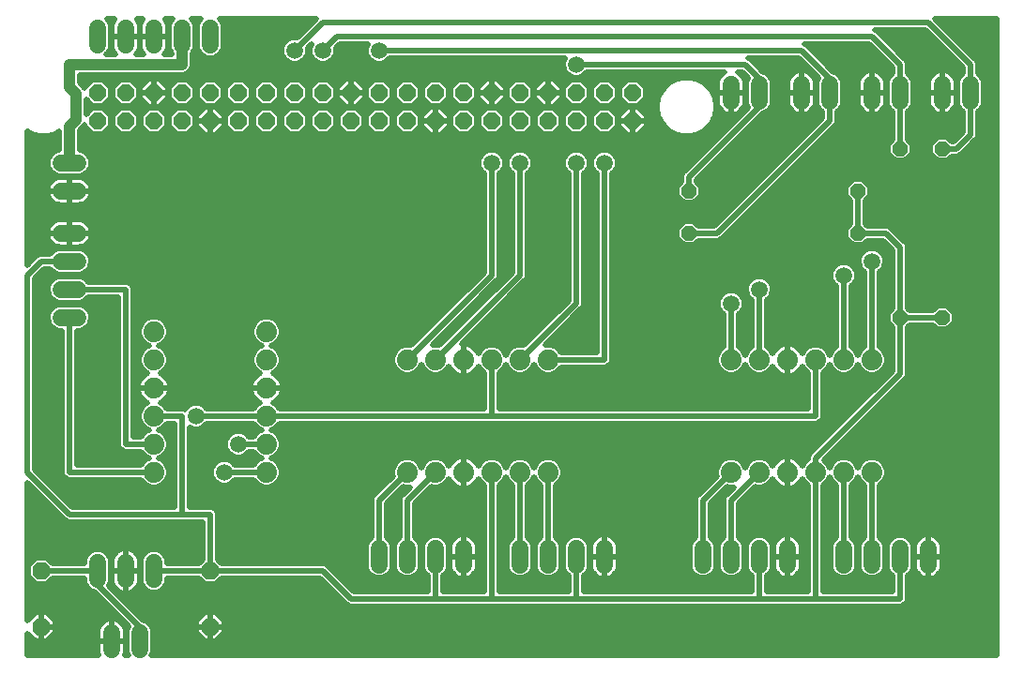
<source format=gbl>
G75*
%MOIN*%
%OFA0B0*%
%FSLAX25Y25*%
%IPPOS*%
%LPD*%
%AMOC8*
5,1,8,0,0,1.08239X$1,22.5*
%
%ADD10C,0.07400*%
%ADD11C,0.05937*%
%ADD12OC8,0.06300*%
%ADD13C,0.06000*%
%ADD14OC8,0.05200*%
%ADD15OC8,0.06000*%
%ADD16C,0.05906*%
%ADD17C,0.02000*%
%ADD18C,0.04000*%
D10*
X0054000Y0083000D03*
X0054000Y0093000D03*
X0054000Y0103000D03*
X0054000Y0113000D03*
X0054000Y0123000D03*
X0054000Y0133000D03*
X0094000Y0133000D03*
X0094000Y0123000D03*
X0094000Y0113000D03*
X0094000Y0103000D03*
X0094000Y0093000D03*
X0094000Y0083000D03*
X0144000Y0083000D03*
X0154000Y0083000D03*
X0164000Y0083000D03*
X0174000Y0083000D03*
X0184000Y0083000D03*
X0194000Y0083000D03*
X0194000Y0123000D03*
X0184000Y0123000D03*
X0174000Y0123000D03*
X0164000Y0123000D03*
X0154000Y0123000D03*
X0144000Y0123000D03*
X0259000Y0123000D03*
X0269000Y0123000D03*
X0279000Y0123000D03*
X0289000Y0123000D03*
X0299000Y0123000D03*
X0309000Y0123000D03*
X0309000Y0083000D03*
X0299000Y0083000D03*
X0289000Y0083000D03*
X0279000Y0083000D03*
X0269000Y0083000D03*
X0259000Y0083000D03*
D11*
X0259000Y0055969D02*
X0259000Y0050031D01*
X0249000Y0050031D02*
X0249000Y0055969D01*
X0269000Y0055969D02*
X0269000Y0050031D01*
X0279000Y0050031D02*
X0279000Y0055969D01*
X0299000Y0055969D02*
X0299000Y0050031D01*
X0309000Y0050031D02*
X0309000Y0055969D01*
X0319000Y0055969D02*
X0319000Y0050031D01*
X0329000Y0050031D02*
X0329000Y0055969D01*
X0214000Y0055969D02*
X0214000Y0050031D01*
X0204000Y0050031D02*
X0204000Y0055969D01*
X0194000Y0055969D02*
X0194000Y0050031D01*
X0184000Y0050031D02*
X0184000Y0055969D01*
X0164000Y0055969D02*
X0164000Y0050031D01*
X0154000Y0050031D02*
X0154000Y0055969D01*
X0144000Y0055969D02*
X0144000Y0050031D01*
X0134000Y0050031D02*
X0134000Y0055969D01*
X0049000Y0025969D02*
X0049000Y0020031D01*
X0039000Y0020031D02*
X0039000Y0025969D01*
X0026969Y0138000D02*
X0021031Y0138000D01*
X0021031Y0148000D02*
X0026969Y0148000D01*
X0026969Y0158000D02*
X0021031Y0158000D01*
X0021031Y0168000D02*
X0026969Y0168000D01*
X0026969Y0183000D02*
X0021031Y0183000D01*
X0021031Y0193000D02*
X0026969Y0193000D01*
X0259000Y0215031D02*
X0259000Y0220969D01*
X0269000Y0220969D02*
X0269000Y0215031D01*
X0284000Y0215031D02*
X0284000Y0220969D01*
X0294000Y0220969D02*
X0294000Y0215031D01*
X0309000Y0215031D02*
X0309000Y0220969D01*
X0319000Y0220969D02*
X0319000Y0215031D01*
X0334000Y0215031D02*
X0334000Y0220969D01*
X0344000Y0220969D02*
X0344000Y0215031D01*
D12*
X0074000Y0048000D03*
X0074000Y0028000D03*
X0014000Y0028000D03*
X0014000Y0048000D03*
D13*
X0034000Y0045000D02*
X0034000Y0051000D01*
X0044000Y0051000D02*
X0044000Y0045000D01*
X0054000Y0045000D02*
X0054000Y0051000D01*
X0054000Y0235000D02*
X0054000Y0241000D01*
X0044000Y0241000D02*
X0044000Y0235000D01*
X0034000Y0235000D02*
X0034000Y0241000D01*
X0064000Y0241000D02*
X0064000Y0235000D01*
X0074000Y0235000D02*
X0074000Y0241000D01*
D14*
X0244000Y0183000D03*
X0244000Y0168000D03*
X0304000Y0168000D03*
X0304000Y0183000D03*
X0319000Y0198000D03*
X0334000Y0198000D03*
X0334000Y0138000D03*
X0319000Y0138000D03*
D15*
X0224000Y0208000D03*
X0214000Y0208000D03*
X0204000Y0208000D03*
X0194000Y0208000D03*
X0184000Y0208000D03*
X0174000Y0208000D03*
X0164000Y0208000D03*
X0154000Y0208000D03*
X0144000Y0208000D03*
X0134000Y0208000D03*
X0124000Y0208000D03*
X0114000Y0208000D03*
X0104000Y0208000D03*
X0094000Y0208000D03*
X0084000Y0208000D03*
X0074000Y0208000D03*
X0064000Y0208000D03*
X0054000Y0208000D03*
X0044000Y0208000D03*
X0034000Y0208000D03*
X0034000Y0218000D03*
X0044000Y0218000D03*
X0054000Y0218000D03*
X0064000Y0218000D03*
X0074000Y0218000D03*
X0084000Y0218000D03*
X0094000Y0218000D03*
X0104000Y0218000D03*
X0114000Y0218000D03*
X0124000Y0218000D03*
X0134000Y0218000D03*
X0144000Y0218000D03*
X0154000Y0218000D03*
X0164000Y0218000D03*
X0174000Y0218000D03*
X0184000Y0218000D03*
X0194000Y0218000D03*
X0204000Y0218000D03*
X0214000Y0218000D03*
X0224000Y0218000D03*
D16*
X0204000Y0228000D03*
X0184000Y0228000D03*
X0134000Y0233000D03*
X0114000Y0233000D03*
X0104000Y0233000D03*
X0074000Y0193000D03*
X0154000Y0193000D03*
X0174000Y0193000D03*
X0184000Y0193000D03*
X0204000Y0193000D03*
X0214000Y0193000D03*
X0224000Y0193000D03*
X0269000Y0148000D03*
X0259000Y0143000D03*
X0299000Y0153000D03*
X0309000Y0158000D03*
X0084000Y0093000D03*
X0079000Y0083000D03*
X0069000Y0103000D03*
D17*
X0009000Y0025717D02*
X0009000Y0018000D01*
X0034459Y0018000D01*
X0034396Y0018124D01*
X0034154Y0018868D01*
X0034031Y0019640D01*
X0034031Y0023000D01*
X0039000Y0023000D01*
X0039000Y0023000D01*
X0039000Y0030937D01*
X0039391Y0030937D01*
X0040163Y0030815D01*
X0040907Y0030573D01*
X0041604Y0030218D01*
X0042237Y0029758D01*
X0042790Y0029205D01*
X0043249Y0028573D01*
X0043604Y0027876D01*
X0043846Y0027132D01*
X0043968Y0026360D01*
X0043968Y0023000D01*
X0039000Y0023000D01*
X0039000Y0023000D01*
X0039000Y0023000D01*
X0034031Y0023000D01*
X0034031Y0026360D01*
X0034154Y0027132D01*
X0034396Y0027876D01*
X0034751Y0028573D01*
X0035210Y0029205D01*
X0035763Y0029758D01*
X0036396Y0030218D01*
X0037093Y0030573D01*
X0037837Y0030815D01*
X0038609Y0030937D01*
X0039000Y0030937D01*
X0039000Y0023000D01*
X0043968Y0023000D01*
X0043968Y0019640D01*
X0043846Y0018868D01*
X0043604Y0018124D01*
X0043541Y0018000D01*
X0044897Y0018000D01*
X0044431Y0019123D01*
X0044431Y0026877D01*
X0045021Y0028302D01*
X0032809Y0040515D01*
X0031394Y0041100D01*
X0030100Y0042394D01*
X0029400Y0044085D01*
X0029400Y0045400D01*
X0018118Y0045400D01*
X0015968Y0043250D01*
X0012032Y0043250D01*
X0009250Y0046032D01*
X0009250Y0049968D01*
X0012032Y0052750D01*
X0015968Y0052750D01*
X0018118Y0050600D01*
X0029400Y0050600D01*
X0029400Y0051915D01*
X0030100Y0053606D01*
X0031394Y0054900D01*
X0033085Y0055600D01*
X0034915Y0055600D01*
X0036606Y0054900D01*
X0037900Y0053606D01*
X0038600Y0051915D01*
X0038600Y0044085D01*
X0038012Y0042665D01*
X0050303Y0030374D01*
X0051588Y0029841D01*
X0052873Y0028556D01*
X0053568Y0026877D01*
X0053568Y0019123D01*
X0053103Y0018000D01*
X0353331Y0018000D01*
X0353331Y0244220D01*
X0331456Y0244220D01*
X0345473Y0230204D01*
X0345473Y0230204D01*
X0346204Y0229473D01*
X0346600Y0228517D01*
X0346600Y0224829D01*
X0347873Y0223556D01*
X0348568Y0221877D01*
X0348568Y0214123D01*
X0347873Y0212444D01*
X0346600Y0211171D01*
X0346600Y0202483D01*
X0346204Y0201527D01*
X0345473Y0200796D01*
X0341204Y0196527D01*
X0340473Y0195796D01*
X0339517Y0195400D01*
X0337340Y0195400D01*
X0335740Y0193800D01*
X0332260Y0193800D01*
X0329800Y0196260D01*
X0329800Y0199740D01*
X0332260Y0202200D01*
X0335740Y0202200D01*
X0337340Y0200600D01*
X0337923Y0200600D01*
X0341400Y0204077D01*
X0341400Y0211171D01*
X0340127Y0212444D01*
X0339431Y0214123D01*
X0339431Y0221877D01*
X0340127Y0223556D01*
X0341400Y0224829D01*
X0341400Y0226923D01*
X0327923Y0240400D01*
X0310000Y0240400D01*
X0310473Y0240204D01*
X0311204Y0239473D01*
X0311204Y0239473D01*
X0320473Y0230204D01*
X0320473Y0230204D01*
X0321204Y0229473D01*
X0321600Y0228517D01*
X0321600Y0224829D01*
X0322873Y0223556D01*
X0323568Y0221877D01*
X0323568Y0214123D01*
X0322873Y0212444D01*
X0321600Y0211171D01*
X0321600Y0201340D01*
X0323200Y0199740D01*
X0323200Y0196260D01*
X0320740Y0193800D01*
X0317260Y0193800D01*
X0314800Y0196260D01*
X0314800Y0199740D01*
X0316400Y0201340D01*
X0316400Y0211171D01*
X0315127Y0212444D01*
X0314431Y0214123D01*
X0314431Y0221877D01*
X0315127Y0223556D01*
X0316400Y0224829D01*
X0316400Y0226923D01*
X0307923Y0235400D01*
X0285000Y0235400D01*
X0285473Y0235204D01*
X0286204Y0234473D01*
X0295303Y0225374D01*
X0296588Y0224841D01*
X0297873Y0223556D01*
X0298568Y0221877D01*
X0298568Y0214123D01*
X0297873Y0212444D01*
X0296600Y0211171D01*
X0296600Y0207483D01*
X0296204Y0206527D01*
X0256204Y0166527D01*
X0255473Y0165796D01*
X0254517Y0165400D01*
X0247340Y0165400D01*
X0245740Y0163800D01*
X0242260Y0163800D01*
X0239800Y0166260D01*
X0239800Y0169740D01*
X0242260Y0172200D01*
X0245740Y0172200D01*
X0247340Y0170600D01*
X0252923Y0170600D01*
X0291400Y0209077D01*
X0291400Y0211171D01*
X0290127Y0212444D01*
X0289431Y0214123D01*
X0289431Y0221877D01*
X0290021Y0223302D01*
X0282923Y0230400D01*
X0265000Y0230400D01*
X0265473Y0230204D01*
X0266204Y0229473D01*
X0270303Y0225374D01*
X0271588Y0224841D01*
X0272873Y0223556D01*
X0273568Y0221877D01*
X0273568Y0214123D01*
X0272873Y0212444D01*
X0271588Y0211159D01*
X0270303Y0210626D01*
X0246600Y0186923D01*
X0246600Y0186340D01*
X0248200Y0184740D01*
X0248200Y0181260D01*
X0245740Y0178800D01*
X0242260Y0178800D01*
X0239800Y0181260D01*
X0239800Y0184740D01*
X0241400Y0186340D01*
X0241400Y0188517D01*
X0241796Y0189473D01*
X0242527Y0190204D01*
X0265021Y0212698D01*
X0264431Y0214123D01*
X0264431Y0221877D01*
X0265021Y0223302D01*
X0262923Y0225400D01*
X0261247Y0225400D01*
X0261604Y0225218D01*
X0262237Y0224758D01*
X0262790Y0224205D01*
X0263249Y0223573D01*
X0263604Y0222876D01*
X0263846Y0222132D01*
X0263968Y0221360D01*
X0263968Y0218000D01*
X0259000Y0218000D01*
X0259000Y0218000D01*
X0263968Y0218000D01*
X0263968Y0214640D01*
X0263846Y0213868D01*
X0263604Y0213124D01*
X0263249Y0212427D01*
X0262790Y0211795D01*
X0262237Y0211242D01*
X0261604Y0210782D01*
X0260907Y0210427D01*
X0260163Y0210185D01*
X0259391Y0210063D01*
X0259000Y0210063D01*
X0259000Y0218000D01*
X0259000Y0218000D01*
X0259000Y0218000D01*
X0254031Y0218000D01*
X0254031Y0214640D01*
X0254154Y0213868D01*
X0254396Y0213124D01*
X0254751Y0212427D01*
X0255210Y0211795D01*
X0255763Y0211242D01*
X0256396Y0210782D01*
X0257093Y0210427D01*
X0257837Y0210185D01*
X0258609Y0210063D01*
X0259000Y0210063D01*
X0259000Y0218000D01*
X0254031Y0218000D01*
X0254031Y0221360D01*
X0254154Y0222132D01*
X0254396Y0222876D01*
X0254751Y0223573D01*
X0255210Y0224205D01*
X0255763Y0224758D01*
X0256396Y0225218D01*
X0256753Y0225400D01*
X0207839Y0225400D01*
X0206579Y0224140D01*
X0204906Y0223447D01*
X0203094Y0223447D01*
X0201421Y0224140D01*
X0200140Y0225421D01*
X0199447Y0227094D01*
X0199447Y0228906D01*
X0200066Y0230400D01*
X0137839Y0230400D01*
X0136579Y0229140D01*
X0134906Y0228447D01*
X0133094Y0228447D01*
X0131421Y0229140D01*
X0130140Y0230421D01*
X0129447Y0232094D01*
X0129447Y0233906D01*
X0130066Y0235400D01*
X0120077Y0235400D01*
X0118553Y0233876D01*
X0118553Y0232094D01*
X0117860Y0230421D01*
X0116579Y0229140D01*
X0114906Y0228447D01*
X0113094Y0228447D01*
X0111421Y0229140D01*
X0110140Y0230421D01*
X0109447Y0232094D01*
X0109447Y0233906D01*
X0110059Y0235382D01*
X0108553Y0233876D01*
X0108553Y0232094D01*
X0107860Y0230421D01*
X0106579Y0229140D01*
X0104906Y0228447D01*
X0103094Y0228447D01*
X0101421Y0229140D01*
X0100140Y0230421D01*
X0099447Y0232094D01*
X0099447Y0233906D01*
X0100140Y0235579D01*
X0101421Y0236860D01*
X0103094Y0237553D01*
X0104876Y0237553D01*
X0111544Y0244220D01*
X0077285Y0244220D01*
X0077900Y0243606D01*
X0078600Y0241915D01*
X0078600Y0234085D01*
X0077900Y0232394D01*
X0076606Y0231100D01*
X0074915Y0230400D01*
X0073085Y0230400D01*
X0071394Y0231100D01*
X0070100Y0232394D01*
X0069400Y0234085D01*
X0069400Y0241915D01*
X0070100Y0243606D01*
X0070715Y0244220D01*
X0067285Y0244220D01*
X0067900Y0243606D01*
X0068600Y0241915D01*
X0068600Y0234085D01*
X0067900Y0232394D01*
X0067600Y0232095D01*
X0067600Y0227284D01*
X0067052Y0225961D01*
X0066039Y0224948D01*
X0064716Y0224400D01*
X0027600Y0224400D01*
X0027600Y0221459D01*
X0029292Y0219767D01*
X0029400Y0219506D01*
X0029400Y0219905D01*
X0032095Y0222600D01*
X0035905Y0222600D01*
X0038600Y0219905D01*
X0038600Y0216095D01*
X0035905Y0213400D01*
X0032095Y0213400D01*
X0029840Y0215654D01*
X0029840Y0210346D01*
X0032095Y0212600D01*
X0035905Y0212600D01*
X0038600Y0209905D01*
X0038600Y0206095D01*
X0035905Y0203400D01*
X0032095Y0203400D01*
X0029400Y0206095D01*
X0029400Y0206494D01*
X0029292Y0206233D01*
X0028279Y0205220D01*
X0028279Y0205220D01*
X0027600Y0204541D01*
X0027600Y0197568D01*
X0027877Y0197568D01*
X0029556Y0196873D01*
X0030841Y0195588D01*
X0031537Y0193909D01*
X0031537Y0192091D01*
X0030841Y0190412D01*
X0029556Y0189127D01*
X0027877Y0188431D01*
X0020123Y0188431D01*
X0018444Y0189127D01*
X0017159Y0190412D01*
X0016463Y0192091D01*
X0016463Y0193909D01*
X0017159Y0195588D01*
X0018444Y0196873D01*
X0020123Y0197568D01*
X0020400Y0197568D01*
X0020400Y0204193D01*
X0018846Y0203296D01*
X0016198Y0202587D01*
X0013456Y0202587D01*
X0010807Y0203296D01*
X0009000Y0204340D01*
X0009000Y0156677D01*
X0011796Y0159473D01*
X0012527Y0160204D01*
X0013483Y0160600D01*
X0017171Y0160600D01*
X0018444Y0161873D01*
X0020123Y0162568D01*
X0027877Y0162568D01*
X0029556Y0161873D01*
X0030841Y0160588D01*
X0031537Y0158909D01*
X0031537Y0157091D01*
X0030841Y0155412D01*
X0029556Y0154127D01*
X0027877Y0153431D01*
X0020123Y0153431D01*
X0018444Y0154127D01*
X0017171Y0155400D01*
X0015077Y0155400D01*
X0011600Y0151923D01*
X0011600Y0084077D01*
X0025077Y0070600D01*
X0061400Y0070600D01*
X0061400Y0100400D01*
X0058660Y0100400D01*
X0058493Y0099998D01*
X0057002Y0098507D01*
X0055778Y0098000D01*
X0057002Y0097493D01*
X0058493Y0096002D01*
X0059300Y0094054D01*
X0059300Y0091946D01*
X0058493Y0089998D01*
X0057002Y0088507D01*
X0055778Y0088000D01*
X0057002Y0087493D01*
X0058493Y0086002D01*
X0059300Y0084054D01*
X0059300Y0081946D01*
X0058493Y0079998D01*
X0057002Y0078507D01*
X0055054Y0077700D01*
X0052946Y0077700D01*
X0050998Y0078507D01*
X0049507Y0079998D01*
X0049340Y0080400D01*
X0023483Y0080400D01*
X0022527Y0080796D01*
X0021796Y0081527D01*
X0021400Y0082483D01*
X0021400Y0133431D01*
X0020123Y0133431D01*
X0018444Y0134127D01*
X0017159Y0135412D01*
X0016463Y0137091D01*
X0016463Y0138909D01*
X0017159Y0140588D01*
X0018444Y0141873D01*
X0020123Y0142568D01*
X0027877Y0142568D01*
X0029556Y0141873D01*
X0030841Y0140588D01*
X0031537Y0138909D01*
X0031537Y0137091D01*
X0030841Y0135412D01*
X0029556Y0134127D01*
X0027877Y0133431D01*
X0026600Y0133431D01*
X0026600Y0085600D01*
X0049340Y0085600D01*
X0049507Y0086002D01*
X0050998Y0087493D01*
X0052222Y0088000D01*
X0050998Y0088507D01*
X0049507Y0089998D01*
X0049340Y0090400D01*
X0043483Y0090400D01*
X0042527Y0090796D01*
X0041796Y0091527D01*
X0041400Y0092483D01*
X0041400Y0145400D01*
X0030829Y0145400D01*
X0029556Y0144127D01*
X0027877Y0143431D01*
X0020123Y0143431D01*
X0018444Y0144127D01*
X0017159Y0145412D01*
X0016463Y0147091D01*
X0016463Y0148909D01*
X0017159Y0150588D01*
X0018444Y0151873D01*
X0020123Y0152568D01*
X0027877Y0152568D01*
X0029556Y0151873D01*
X0030829Y0150600D01*
X0044517Y0150600D01*
X0045473Y0150204D01*
X0046204Y0149473D01*
X0046600Y0148517D01*
X0046600Y0095600D01*
X0049340Y0095600D01*
X0049507Y0096002D01*
X0050998Y0097493D01*
X0052222Y0098000D01*
X0050998Y0098507D01*
X0049507Y0099998D01*
X0048700Y0101946D01*
X0048700Y0104054D01*
X0049507Y0106002D01*
X0050998Y0107493D01*
X0051690Y0107780D01*
X0051013Y0108125D01*
X0050287Y0108652D01*
X0049652Y0109287D01*
X0049125Y0110013D01*
X0048718Y0110812D01*
X0048440Y0111665D01*
X0048300Y0112551D01*
X0048300Y0113000D01*
X0054000Y0113000D01*
X0059700Y0113000D01*
X0059700Y0113449D01*
X0059560Y0114335D01*
X0059282Y0115188D01*
X0058875Y0115987D01*
X0058348Y0116713D01*
X0057713Y0117348D01*
X0056987Y0117875D01*
X0056310Y0118220D01*
X0057002Y0118507D01*
X0058493Y0119998D01*
X0059300Y0121946D01*
X0059300Y0124054D01*
X0058493Y0126002D01*
X0057002Y0127493D01*
X0055778Y0128000D01*
X0057002Y0128507D01*
X0058493Y0129998D01*
X0059300Y0131946D01*
X0059300Y0134054D01*
X0058493Y0136002D01*
X0057002Y0137493D01*
X0055054Y0138300D01*
X0052946Y0138300D01*
X0050998Y0137493D01*
X0049507Y0136002D01*
X0048700Y0134054D01*
X0048700Y0131946D01*
X0049507Y0129998D01*
X0050998Y0128507D01*
X0052222Y0128000D01*
X0050998Y0127493D01*
X0049507Y0126002D01*
X0048700Y0124054D01*
X0048700Y0121946D01*
X0049507Y0119998D01*
X0050998Y0118507D01*
X0051690Y0118220D01*
X0051013Y0117875D01*
X0050287Y0117348D01*
X0049652Y0116713D01*
X0049125Y0115987D01*
X0048718Y0115188D01*
X0048440Y0114335D01*
X0048300Y0113449D01*
X0048300Y0113000D01*
X0054000Y0113000D01*
X0054000Y0113000D01*
X0054000Y0113000D01*
X0059700Y0113000D01*
X0059700Y0112551D01*
X0059560Y0111665D01*
X0059282Y0110812D01*
X0058875Y0110013D01*
X0058348Y0109287D01*
X0057713Y0108652D01*
X0056987Y0108125D01*
X0056310Y0107780D01*
X0057002Y0107493D01*
X0058493Y0106002D01*
X0058660Y0105600D01*
X0064517Y0105600D01*
X0065057Y0105377D01*
X0065140Y0105579D01*
X0066421Y0106860D01*
X0068094Y0107553D01*
X0069906Y0107553D01*
X0071579Y0106860D01*
X0072839Y0105600D01*
X0089340Y0105600D01*
X0089507Y0106002D01*
X0090998Y0107493D01*
X0091690Y0107780D01*
X0091013Y0108125D01*
X0090287Y0108652D01*
X0089652Y0109287D01*
X0089125Y0110013D01*
X0088718Y0110812D01*
X0088440Y0111665D01*
X0088300Y0112551D01*
X0088300Y0113000D01*
X0094000Y0113000D01*
X0099700Y0113000D01*
X0099700Y0113449D01*
X0099560Y0114335D01*
X0099282Y0115188D01*
X0098875Y0115987D01*
X0098348Y0116713D01*
X0097713Y0117348D01*
X0096987Y0117875D01*
X0096310Y0118220D01*
X0097002Y0118507D01*
X0098493Y0119998D01*
X0099300Y0121946D01*
X0099300Y0124054D01*
X0098493Y0126002D01*
X0097002Y0127493D01*
X0095778Y0128000D01*
X0097002Y0128507D01*
X0098493Y0129998D01*
X0099300Y0131946D01*
X0099300Y0134054D01*
X0098493Y0136002D01*
X0097002Y0137493D01*
X0095054Y0138300D01*
X0092946Y0138300D01*
X0090998Y0137493D01*
X0089507Y0136002D01*
X0088700Y0134054D01*
X0088700Y0131946D01*
X0089507Y0129998D01*
X0090998Y0128507D01*
X0092222Y0128000D01*
X0090998Y0127493D01*
X0089507Y0126002D01*
X0088700Y0124054D01*
X0088700Y0121946D01*
X0089507Y0119998D01*
X0090998Y0118507D01*
X0091690Y0118220D01*
X0091013Y0117875D01*
X0090287Y0117348D01*
X0089652Y0116713D01*
X0089125Y0115987D01*
X0088718Y0115188D01*
X0088440Y0114335D01*
X0088300Y0113449D01*
X0088300Y0113000D01*
X0094000Y0113000D01*
X0094000Y0113000D01*
X0094000Y0113000D01*
X0099700Y0113000D01*
X0099700Y0112551D01*
X0099560Y0111665D01*
X0099282Y0110812D01*
X0098875Y0110013D01*
X0098348Y0109287D01*
X0097713Y0108652D01*
X0096987Y0108125D01*
X0096310Y0107780D01*
X0097002Y0107493D01*
X0098493Y0106002D01*
X0098660Y0105600D01*
X0171400Y0105600D01*
X0171400Y0118340D01*
X0170998Y0118507D01*
X0169507Y0119998D01*
X0169220Y0120690D01*
X0168875Y0120013D01*
X0168348Y0119287D01*
X0167713Y0118652D01*
X0166987Y0118125D01*
X0166188Y0117718D01*
X0165335Y0117440D01*
X0164449Y0117300D01*
X0164000Y0117300D01*
X0164000Y0123000D01*
X0164000Y0123000D01*
X0164000Y0128700D01*
X0164449Y0128700D01*
X0165335Y0128560D01*
X0166188Y0128282D01*
X0166987Y0127875D01*
X0167713Y0127348D01*
X0168348Y0126713D01*
X0168875Y0125987D01*
X0169220Y0125310D01*
X0169507Y0126002D01*
X0170998Y0127493D01*
X0172946Y0128300D01*
X0175054Y0128300D01*
X0177002Y0127493D01*
X0178493Y0126002D01*
X0179000Y0124778D01*
X0179507Y0126002D01*
X0180998Y0127493D01*
X0182946Y0128300D01*
X0185054Y0128300D01*
X0185456Y0128133D01*
X0201400Y0144077D01*
X0201400Y0189161D01*
X0200140Y0190421D01*
X0199447Y0192094D01*
X0199447Y0193906D01*
X0200140Y0195579D01*
X0201421Y0196860D01*
X0203094Y0197553D01*
X0204906Y0197553D01*
X0206579Y0196860D01*
X0207860Y0195579D01*
X0208553Y0193906D01*
X0208553Y0192094D01*
X0207860Y0190421D01*
X0206600Y0189161D01*
X0206600Y0142483D01*
X0206204Y0141527D01*
X0205473Y0140796D01*
X0192977Y0128300D01*
X0195054Y0128300D01*
X0197002Y0127493D01*
X0198493Y0126002D01*
X0198660Y0125600D01*
X0211400Y0125600D01*
X0211400Y0189161D01*
X0210140Y0190421D01*
X0209447Y0192094D01*
X0209447Y0193906D01*
X0210140Y0195579D01*
X0211421Y0196860D01*
X0213094Y0197553D01*
X0214906Y0197553D01*
X0216579Y0196860D01*
X0217860Y0195579D01*
X0218553Y0193906D01*
X0218553Y0192094D01*
X0217860Y0190421D01*
X0216600Y0189161D01*
X0216600Y0122483D01*
X0216204Y0121527D01*
X0215473Y0120796D01*
X0214517Y0120400D01*
X0198660Y0120400D01*
X0198493Y0119998D01*
X0197002Y0118507D01*
X0195054Y0117700D01*
X0192946Y0117700D01*
X0190998Y0118507D01*
X0189507Y0119998D01*
X0189000Y0121222D01*
X0188493Y0119998D01*
X0187002Y0118507D01*
X0185054Y0117700D01*
X0182946Y0117700D01*
X0180998Y0118507D01*
X0179507Y0119998D01*
X0179000Y0121222D01*
X0178493Y0119998D01*
X0177002Y0118507D01*
X0176600Y0118340D01*
X0176600Y0105600D01*
X0286400Y0105600D01*
X0286400Y0118340D01*
X0285998Y0118507D01*
X0284507Y0119998D01*
X0284220Y0120690D01*
X0283875Y0120013D01*
X0283348Y0119287D01*
X0282713Y0118652D01*
X0281987Y0118125D01*
X0281188Y0117718D01*
X0280335Y0117440D01*
X0279449Y0117300D01*
X0279000Y0117300D01*
X0279000Y0123000D01*
X0279000Y0123000D01*
X0279000Y0128700D01*
X0279449Y0128700D01*
X0280335Y0128560D01*
X0281188Y0128282D01*
X0281987Y0127875D01*
X0282713Y0127348D01*
X0283348Y0126713D01*
X0283875Y0125987D01*
X0284220Y0125310D01*
X0284507Y0126002D01*
X0285998Y0127493D01*
X0287946Y0128300D01*
X0290054Y0128300D01*
X0292002Y0127493D01*
X0293493Y0126002D01*
X0294000Y0124778D01*
X0294507Y0126002D01*
X0295998Y0127493D01*
X0296400Y0127660D01*
X0296400Y0149161D01*
X0295140Y0150421D01*
X0294447Y0152094D01*
X0294447Y0153906D01*
X0295140Y0155579D01*
X0296421Y0156860D01*
X0298094Y0157553D01*
X0299906Y0157553D01*
X0301579Y0156860D01*
X0302860Y0155579D01*
X0303553Y0153906D01*
X0303553Y0152094D01*
X0302860Y0150421D01*
X0301600Y0149161D01*
X0301600Y0127660D01*
X0302002Y0127493D01*
X0303493Y0126002D01*
X0304000Y0124778D01*
X0304507Y0126002D01*
X0305998Y0127493D01*
X0306400Y0127660D01*
X0306400Y0154161D01*
X0305140Y0155421D01*
X0304447Y0157094D01*
X0304447Y0158906D01*
X0305140Y0160579D01*
X0306421Y0161860D01*
X0308094Y0162553D01*
X0309906Y0162553D01*
X0311579Y0161860D01*
X0312860Y0160579D01*
X0313553Y0158906D01*
X0313553Y0157094D01*
X0312860Y0155421D01*
X0311600Y0154161D01*
X0311600Y0127660D01*
X0312002Y0127493D01*
X0313493Y0126002D01*
X0314300Y0124054D01*
X0314300Y0121946D01*
X0313493Y0119998D01*
X0312002Y0118507D01*
X0310054Y0117700D01*
X0307946Y0117700D01*
X0305998Y0118507D01*
X0304507Y0119998D01*
X0304000Y0121222D01*
X0303493Y0119998D01*
X0302002Y0118507D01*
X0300054Y0117700D01*
X0297946Y0117700D01*
X0295998Y0118507D01*
X0294507Y0119998D01*
X0294000Y0121222D01*
X0293493Y0119998D01*
X0292002Y0118507D01*
X0291600Y0118340D01*
X0291600Y0102483D01*
X0291204Y0101527D01*
X0290473Y0100796D01*
X0289517Y0100400D01*
X0098660Y0100400D01*
X0098493Y0099998D01*
X0097002Y0098507D01*
X0095778Y0098000D01*
X0097002Y0097493D01*
X0098493Y0096002D01*
X0099300Y0094054D01*
X0099300Y0091946D01*
X0098493Y0089998D01*
X0097002Y0088507D01*
X0095778Y0088000D01*
X0097002Y0087493D01*
X0098493Y0086002D01*
X0099300Y0084054D01*
X0099300Y0081946D01*
X0098493Y0079998D01*
X0097002Y0078507D01*
X0095054Y0077700D01*
X0092946Y0077700D01*
X0090998Y0078507D01*
X0089507Y0079998D01*
X0089340Y0080400D01*
X0082839Y0080400D01*
X0081579Y0079140D01*
X0079906Y0078447D01*
X0078094Y0078447D01*
X0076421Y0079140D01*
X0075140Y0080421D01*
X0074447Y0082094D01*
X0074447Y0083906D01*
X0075140Y0085579D01*
X0076421Y0086860D01*
X0078094Y0087553D01*
X0079906Y0087553D01*
X0081579Y0086860D01*
X0082839Y0085600D01*
X0089340Y0085600D01*
X0089507Y0086002D01*
X0090998Y0087493D01*
X0092222Y0088000D01*
X0090998Y0088507D01*
X0089507Y0089998D01*
X0089340Y0090400D01*
X0087839Y0090400D01*
X0086579Y0089140D01*
X0084906Y0088447D01*
X0083094Y0088447D01*
X0081421Y0089140D01*
X0080140Y0090421D01*
X0079447Y0092094D01*
X0079447Y0093906D01*
X0080140Y0095579D01*
X0081421Y0096860D01*
X0083094Y0097553D01*
X0084906Y0097553D01*
X0086579Y0096860D01*
X0087839Y0095600D01*
X0089340Y0095600D01*
X0089507Y0096002D01*
X0090998Y0097493D01*
X0092222Y0098000D01*
X0090998Y0098507D01*
X0089507Y0099998D01*
X0089340Y0100400D01*
X0072839Y0100400D01*
X0071579Y0099140D01*
X0069906Y0098447D01*
X0068094Y0098447D01*
X0066600Y0099066D01*
X0066600Y0070600D01*
X0074517Y0070600D01*
X0075473Y0070204D01*
X0076204Y0069473D01*
X0076600Y0068517D01*
X0076600Y0052117D01*
X0078118Y0050600D01*
X0114517Y0050600D01*
X0115473Y0050204D01*
X0125077Y0040600D01*
X0151400Y0040600D01*
X0151400Y0046171D01*
X0150127Y0047444D01*
X0149431Y0049123D01*
X0149431Y0056877D01*
X0150127Y0058556D01*
X0151412Y0059841D01*
X0153091Y0060537D01*
X0154909Y0060537D01*
X0156588Y0059841D01*
X0157873Y0058556D01*
X0158568Y0056877D01*
X0158568Y0049123D01*
X0157873Y0047444D01*
X0156600Y0046171D01*
X0156600Y0040600D01*
X0171400Y0040600D01*
X0171400Y0078340D01*
X0170998Y0078507D01*
X0169507Y0079998D01*
X0169220Y0080690D01*
X0168875Y0080013D01*
X0168348Y0079287D01*
X0167713Y0078652D01*
X0166987Y0078125D01*
X0166188Y0077718D01*
X0165335Y0077440D01*
X0164449Y0077300D01*
X0164000Y0077300D01*
X0164000Y0083000D01*
X0164000Y0083000D01*
X0164000Y0088700D01*
X0164449Y0088700D01*
X0165335Y0088560D01*
X0166188Y0088282D01*
X0166987Y0087875D01*
X0167713Y0087348D01*
X0168348Y0086713D01*
X0168875Y0085987D01*
X0169220Y0085310D01*
X0169507Y0086002D01*
X0170998Y0087493D01*
X0172946Y0088300D01*
X0175054Y0088300D01*
X0177002Y0087493D01*
X0178493Y0086002D01*
X0179000Y0084778D01*
X0179507Y0086002D01*
X0180998Y0087493D01*
X0182946Y0088300D01*
X0185054Y0088300D01*
X0187002Y0087493D01*
X0188493Y0086002D01*
X0189000Y0084778D01*
X0189507Y0086002D01*
X0190998Y0087493D01*
X0192946Y0088300D01*
X0195054Y0088300D01*
X0197002Y0087493D01*
X0198493Y0086002D01*
X0199300Y0084054D01*
X0199300Y0081946D01*
X0198493Y0079998D01*
X0197002Y0078507D01*
X0196600Y0078340D01*
X0196600Y0059829D01*
X0197873Y0058556D01*
X0198568Y0056877D01*
X0198568Y0049123D01*
X0197873Y0047444D01*
X0196588Y0046159D01*
X0194909Y0045463D01*
X0193091Y0045463D01*
X0191412Y0046159D01*
X0190127Y0047444D01*
X0189431Y0049123D01*
X0189431Y0056877D01*
X0190127Y0058556D01*
X0191400Y0059829D01*
X0191400Y0078340D01*
X0190998Y0078507D01*
X0189507Y0079998D01*
X0189000Y0081222D01*
X0188493Y0079998D01*
X0187002Y0078507D01*
X0186600Y0078340D01*
X0186600Y0059829D01*
X0187873Y0058556D01*
X0188568Y0056877D01*
X0188568Y0049123D01*
X0187873Y0047444D01*
X0186588Y0046159D01*
X0184909Y0045463D01*
X0183091Y0045463D01*
X0181412Y0046159D01*
X0180127Y0047444D01*
X0179431Y0049123D01*
X0179431Y0056877D01*
X0180127Y0058556D01*
X0181400Y0059829D01*
X0181400Y0078340D01*
X0180998Y0078507D01*
X0179507Y0079998D01*
X0179000Y0081222D01*
X0178493Y0079998D01*
X0177002Y0078507D01*
X0176600Y0078340D01*
X0176600Y0040600D01*
X0201400Y0040600D01*
X0201400Y0046171D01*
X0200127Y0047444D01*
X0199431Y0049123D01*
X0199431Y0056877D01*
X0200127Y0058556D01*
X0201412Y0059841D01*
X0203091Y0060537D01*
X0204909Y0060537D01*
X0206588Y0059841D01*
X0207873Y0058556D01*
X0208568Y0056877D01*
X0208568Y0049123D01*
X0207873Y0047444D01*
X0206600Y0046171D01*
X0206600Y0040600D01*
X0266400Y0040600D01*
X0266400Y0046171D01*
X0265127Y0047444D01*
X0264431Y0049123D01*
X0264431Y0056877D01*
X0265127Y0058556D01*
X0266412Y0059841D01*
X0268091Y0060537D01*
X0269909Y0060537D01*
X0271588Y0059841D01*
X0272873Y0058556D01*
X0273568Y0056877D01*
X0273568Y0049123D01*
X0272873Y0047444D01*
X0271600Y0046171D01*
X0271600Y0040600D01*
X0286400Y0040600D01*
X0286400Y0078340D01*
X0285998Y0078507D01*
X0284507Y0079998D01*
X0284220Y0080690D01*
X0283875Y0080013D01*
X0283348Y0079287D01*
X0282713Y0078652D01*
X0281987Y0078125D01*
X0281188Y0077718D01*
X0280335Y0077440D01*
X0279449Y0077300D01*
X0279000Y0077300D01*
X0279000Y0083000D01*
X0279000Y0083000D01*
X0279000Y0088700D01*
X0279449Y0088700D01*
X0280335Y0088560D01*
X0281188Y0088282D01*
X0281987Y0087875D01*
X0282713Y0087348D01*
X0283348Y0086713D01*
X0283875Y0085987D01*
X0284220Y0085310D01*
X0284507Y0086002D01*
X0285998Y0087493D01*
X0286400Y0087660D01*
X0286400Y0088517D01*
X0286796Y0089473D01*
X0316400Y0119077D01*
X0316400Y0134660D01*
X0314800Y0136260D01*
X0314800Y0139740D01*
X0316400Y0141340D01*
X0316400Y0161923D01*
X0312923Y0165400D01*
X0307340Y0165400D01*
X0305740Y0163800D01*
X0302260Y0163800D01*
X0299800Y0166260D01*
X0299800Y0169740D01*
X0301400Y0171340D01*
X0301400Y0179660D01*
X0299800Y0181260D01*
X0299800Y0184740D01*
X0302260Y0187200D01*
X0305740Y0187200D01*
X0308200Y0184740D01*
X0308200Y0181260D01*
X0306600Y0179660D01*
X0306600Y0171340D01*
X0307340Y0170600D01*
X0314517Y0170600D01*
X0315473Y0170204D01*
X0320473Y0165204D01*
X0321204Y0164473D01*
X0321600Y0163517D01*
X0321600Y0141340D01*
X0322340Y0140600D01*
X0330660Y0140600D01*
X0332260Y0142200D01*
X0335740Y0142200D01*
X0338200Y0139740D01*
X0338200Y0136260D01*
X0335740Y0133800D01*
X0332260Y0133800D01*
X0330660Y0135400D01*
X0322340Y0135400D01*
X0321600Y0134660D01*
X0321600Y0117483D01*
X0321204Y0116527D01*
X0292086Y0087409D01*
X0293493Y0086002D01*
X0294000Y0084778D01*
X0294507Y0086002D01*
X0295998Y0087493D01*
X0297946Y0088300D01*
X0300054Y0088300D01*
X0302002Y0087493D01*
X0303493Y0086002D01*
X0304000Y0084778D01*
X0304507Y0086002D01*
X0305998Y0087493D01*
X0307946Y0088300D01*
X0310054Y0088300D01*
X0312002Y0087493D01*
X0313493Y0086002D01*
X0314300Y0084054D01*
X0314300Y0081946D01*
X0313493Y0079998D01*
X0312002Y0078507D01*
X0311600Y0078340D01*
X0311600Y0059829D01*
X0312873Y0058556D01*
X0313568Y0056877D01*
X0313568Y0049123D01*
X0312873Y0047444D01*
X0311588Y0046159D01*
X0309909Y0045463D01*
X0308091Y0045463D01*
X0306412Y0046159D01*
X0305127Y0047444D01*
X0304431Y0049123D01*
X0304431Y0056877D01*
X0305127Y0058556D01*
X0306400Y0059829D01*
X0306400Y0078340D01*
X0305998Y0078507D01*
X0304507Y0079998D01*
X0304000Y0081222D01*
X0303493Y0079998D01*
X0302002Y0078507D01*
X0301600Y0078340D01*
X0301600Y0059829D01*
X0302873Y0058556D01*
X0303568Y0056877D01*
X0303568Y0049123D01*
X0302873Y0047444D01*
X0301588Y0046159D01*
X0299909Y0045463D01*
X0298091Y0045463D01*
X0296412Y0046159D01*
X0295127Y0047444D01*
X0294431Y0049123D01*
X0294431Y0056877D01*
X0295127Y0058556D01*
X0296400Y0059829D01*
X0296400Y0078340D01*
X0295998Y0078507D01*
X0294507Y0079998D01*
X0294000Y0081222D01*
X0293493Y0079998D01*
X0292002Y0078507D01*
X0291600Y0078340D01*
X0291600Y0040600D01*
X0316400Y0040600D01*
X0316400Y0046171D01*
X0315127Y0047444D01*
X0314431Y0049123D01*
X0314431Y0056877D01*
X0315127Y0058556D01*
X0316412Y0059841D01*
X0318091Y0060537D01*
X0319909Y0060537D01*
X0321588Y0059841D01*
X0322873Y0058556D01*
X0323568Y0056877D01*
X0323568Y0049123D01*
X0322873Y0047444D01*
X0321600Y0046171D01*
X0321600Y0037483D01*
X0321204Y0036527D01*
X0320473Y0035796D01*
X0319517Y0035400D01*
X0123483Y0035400D01*
X0122527Y0035796D01*
X0121796Y0036527D01*
X0112923Y0045400D01*
X0078118Y0045400D01*
X0075968Y0043250D01*
X0072032Y0043250D01*
X0069882Y0045400D01*
X0058600Y0045400D01*
X0058600Y0044085D01*
X0057900Y0042394D01*
X0056606Y0041100D01*
X0054915Y0040400D01*
X0053085Y0040400D01*
X0051394Y0041100D01*
X0050100Y0042394D01*
X0049400Y0044085D01*
X0049400Y0051915D01*
X0050100Y0053606D01*
X0051394Y0054900D01*
X0053085Y0055600D01*
X0054915Y0055600D01*
X0056606Y0054900D01*
X0057900Y0053606D01*
X0058600Y0051915D01*
X0058600Y0050600D01*
X0069882Y0050600D01*
X0071400Y0052117D01*
X0071400Y0065400D01*
X0023483Y0065400D01*
X0022527Y0065796D01*
X0021796Y0066527D01*
X0009000Y0079323D01*
X0009000Y0030283D01*
X0011867Y0033150D01*
X0014000Y0033150D01*
X0014000Y0028000D01*
X0014000Y0028000D01*
X0019150Y0028000D01*
X0019150Y0030133D01*
X0016133Y0033150D01*
X0014000Y0033150D01*
X0014000Y0028000D01*
X0014000Y0028000D01*
X0019150Y0028000D01*
X0019150Y0025867D01*
X0016133Y0022850D01*
X0014000Y0022850D01*
X0014000Y0028000D01*
X0014000Y0028000D01*
X0014000Y0022850D01*
X0011867Y0022850D01*
X0009000Y0025717D01*
X0009000Y0024991D02*
X0009726Y0024991D01*
X0009000Y0022993D02*
X0011724Y0022993D01*
X0014000Y0022993D02*
X0014000Y0022993D01*
X0014000Y0024991D02*
X0014000Y0024991D01*
X0014000Y0026990D02*
X0014000Y0026990D01*
X0014000Y0028988D02*
X0014000Y0028988D01*
X0014000Y0030987D02*
X0014000Y0030987D01*
X0014000Y0032985D02*
X0014000Y0032985D01*
X0011702Y0032985D02*
X0009000Y0032985D01*
X0009000Y0030987D02*
X0009703Y0030987D01*
X0009000Y0034984D02*
X0038339Y0034984D01*
X0036341Y0036982D02*
X0009000Y0036982D01*
X0009000Y0038981D02*
X0034342Y0038981D01*
X0031687Y0040979D02*
X0009000Y0040979D01*
X0009000Y0042978D02*
X0029859Y0042978D01*
X0029400Y0044976D02*
X0017694Y0044976D01*
X0014000Y0048000D02*
X0034000Y0048000D01*
X0034000Y0043000D01*
X0049000Y0028000D01*
X0049000Y0023000D01*
X0053568Y0022993D02*
X0071724Y0022993D01*
X0071867Y0022850D02*
X0068850Y0025867D01*
X0068850Y0028000D01*
X0074000Y0028000D01*
X0074000Y0028000D01*
X0074000Y0033150D01*
X0076133Y0033150D01*
X0079150Y0030133D01*
X0079150Y0028000D01*
X0074000Y0028000D01*
X0074000Y0028000D01*
X0074000Y0028000D01*
X0074000Y0033150D01*
X0071867Y0033150D01*
X0068850Y0030133D01*
X0068850Y0028000D01*
X0074000Y0028000D01*
X0079150Y0028000D01*
X0079150Y0025867D01*
X0076133Y0022850D01*
X0074000Y0022850D01*
X0074000Y0028000D01*
X0074000Y0028000D01*
X0074000Y0022850D01*
X0071867Y0022850D01*
X0074000Y0022993D02*
X0074000Y0022993D01*
X0074000Y0024991D02*
X0074000Y0024991D01*
X0074000Y0026990D02*
X0074000Y0026990D01*
X0074000Y0028988D02*
X0074000Y0028988D01*
X0074000Y0030987D02*
X0074000Y0030987D01*
X0074000Y0032985D02*
X0074000Y0032985D01*
X0076298Y0032985D02*
X0353331Y0032985D01*
X0353331Y0030987D02*
X0078297Y0030987D01*
X0079150Y0028988D02*
X0353331Y0028988D01*
X0353331Y0026990D02*
X0079150Y0026990D01*
X0078274Y0024991D02*
X0353331Y0024991D01*
X0353331Y0022993D02*
X0076276Y0022993D01*
X0069726Y0024991D02*
X0053568Y0024991D01*
X0053522Y0026990D02*
X0068850Y0026990D01*
X0068850Y0028988D02*
X0052441Y0028988D01*
X0049690Y0030987D02*
X0069703Y0030987D01*
X0071702Y0032985D02*
X0047692Y0032985D01*
X0045693Y0034984D02*
X0353331Y0034984D01*
X0353331Y0036982D02*
X0321393Y0036982D01*
X0321600Y0038981D02*
X0353331Y0038981D01*
X0353331Y0040979D02*
X0321600Y0040979D01*
X0321600Y0042978D02*
X0353331Y0042978D01*
X0353331Y0044976D02*
X0321600Y0044976D01*
X0322404Y0046975D02*
X0325079Y0046975D01*
X0325210Y0046795D02*
X0325763Y0046242D01*
X0326396Y0045782D01*
X0327093Y0045427D01*
X0327837Y0045185D01*
X0328609Y0045063D01*
X0329000Y0045063D01*
X0329391Y0045063D01*
X0330163Y0045185D01*
X0330907Y0045427D01*
X0331604Y0045782D01*
X0332237Y0046242D01*
X0332790Y0046795D01*
X0333249Y0047427D01*
X0333604Y0048124D01*
X0333846Y0048868D01*
X0333968Y0049640D01*
X0333968Y0053000D01*
X0333968Y0056360D01*
X0333846Y0057132D01*
X0333604Y0057876D01*
X0333249Y0058573D01*
X0332790Y0059205D01*
X0332237Y0059758D01*
X0331604Y0060218D01*
X0330907Y0060573D01*
X0330163Y0060815D01*
X0329391Y0060937D01*
X0329000Y0060937D01*
X0329000Y0053000D01*
X0329000Y0053000D01*
X0333968Y0053000D01*
X0329000Y0053000D01*
X0329000Y0053000D01*
X0329000Y0053000D01*
X0324031Y0053000D01*
X0324031Y0049640D01*
X0324154Y0048868D01*
X0324396Y0048124D01*
X0324751Y0047427D01*
X0325210Y0046795D01*
X0324137Y0048973D02*
X0323507Y0048973D01*
X0323568Y0050972D02*
X0324031Y0050972D01*
X0324031Y0052970D02*
X0323568Y0052970D01*
X0324031Y0053000D02*
X0329000Y0053000D01*
X0329000Y0060937D01*
X0328609Y0060937D01*
X0327837Y0060815D01*
X0327093Y0060573D01*
X0326396Y0060218D01*
X0325763Y0059758D01*
X0325210Y0059205D01*
X0324751Y0058573D01*
X0324396Y0057876D01*
X0324154Y0057132D01*
X0324031Y0056360D01*
X0324031Y0053000D01*
X0324031Y0054969D02*
X0323568Y0054969D01*
X0323531Y0056967D02*
X0324128Y0056967D01*
X0325036Y0058966D02*
X0322464Y0058966D01*
X0329000Y0058966D02*
X0329000Y0058966D01*
X0329000Y0056967D02*
X0329000Y0056967D01*
X0329000Y0054969D02*
X0329000Y0054969D01*
X0329000Y0053000D02*
X0329000Y0045063D01*
X0329000Y0053000D01*
X0329000Y0053000D01*
X0329000Y0052970D02*
X0329000Y0052970D01*
X0329000Y0050972D02*
X0329000Y0050972D01*
X0329000Y0048973D02*
X0329000Y0048973D01*
X0329000Y0046975D02*
X0329000Y0046975D01*
X0332920Y0046975D02*
X0353331Y0046975D01*
X0353331Y0048973D02*
X0333863Y0048973D01*
X0333968Y0050972D02*
X0353331Y0050972D01*
X0353331Y0052970D02*
X0333968Y0052970D01*
X0333968Y0054969D02*
X0353331Y0054969D01*
X0353331Y0056967D02*
X0333872Y0056967D01*
X0332964Y0058966D02*
X0353331Y0058966D01*
X0353331Y0060964D02*
X0311600Y0060964D01*
X0311600Y0062963D02*
X0353331Y0062963D01*
X0353331Y0064961D02*
X0311600Y0064961D01*
X0311600Y0066960D02*
X0353331Y0066960D01*
X0353331Y0068958D02*
X0311600Y0068958D01*
X0311600Y0070957D02*
X0353331Y0070957D01*
X0353331Y0072955D02*
X0311600Y0072955D01*
X0311600Y0074954D02*
X0353331Y0074954D01*
X0353331Y0076952D02*
X0311600Y0076952D01*
X0312446Y0078951D02*
X0353331Y0078951D01*
X0353331Y0080949D02*
X0313887Y0080949D01*
X0314300Y0082948D02*
X0353331Y0082948D01*
X0353331Y0084946D02*
X0313930Y0084946D01*
X0312550Y0086945D02*
X0353331Y0086945D01*
X0353331Y0088943D02*
X0293620Y0088943D01*
X0292550Y0086945D02*
X0295450Y0086945D01*
X0294070Y0084946D02*
X0293930Y0084946D01*
X0293887Y0080949D02*
X0294113Y0080949D01*
X0295554Y0078951D02*
X0292446Y0078951D01*
X0291600Y0076952D02*
X0296400Y0076952D01*
X0296400Y0074954D02*
X0291600Y0074954D01*
X0291600Y0072955D02*
X0296400Y0072955D01*
X0296400Y0070957D02*
X0291600Y0070957D01*
X0291600Y0068958D02*
X0296400Y0068958D01*
X0296400Y0066960D02*
X0291600Y0066960D01*
X0291600Y0064961D02*
X0296400Y0064961D01*
X0296400Y0062963D02*
X0291600Y0062963D01*
X0291600Y0060964D02*
X0296400Y0060964D01*
X0295536Y0058966D02*
X0291600Y0058966D01*
X0291600Y0056967D02*
X0294469Y0056967D01*
X0294431Y0054969D02*
X0291600Y0054969D01*
X0291600Y0052970D02*
X0294431Y0052970D01*
X0294431Y0050972D02*
X0291600Y0050972D01*
X0291600Y0048973D02*
X0294493Y0048973D01*
X0295596Y0046975D02*
X0291600Y0046975D01*
X0291600Y0044976D02*
X0316400Y0044976D01*
X0316400Y0042978D02*
X0291600Y0042978D01*
X0291600Y0040979D02*
X0316400Y0040979D01*
X0319000Y0038000D02*
X0319000Y0053000D01*
X0314431Y0052970D02*
X0313568Y0052970D01*
X0313568Y0050972D02*
X0314431Y0050972D01*
X0314493Y0048973D02*
X0313507Y0048973D01*
X0312404Y0046975D02*
X0315596Y0046975D01*
X0309000Y0053000D02*
X0309000Y0083000D01*
X0304113Y0080949D02*
X0303887Y0080949D01*
X0302446Y0078951D02*
X0305554Y0078951D01*
X0306400Y0076952D02*
X0301600Y0076952D01*
X0301600Y0074954D02*
X0306400Y0074954D01*
X0306400Y0072955D02*
X0301600Y0072955D01*
X0301600Y0070957D02*
X0306400Y0070957D01*
X0306400Y0068958D02*
X0301600Y0068958D01*
X0301600Y0066960D02*
X0306400Y0066960D01*
X0306400Y0064961D02*
X0301600Y0064961D01*
X0301600Y0062963D02*
X0306400Y0062963D01*
X0306400Y0060964D02*
X0301600Y0060964D01*
X0302464Y0058966D02*
X0305536Y0058966D01*
X0304469Y0056967D02*
X0303531Y0056967D01*
X0303568Y0054969D02*
X0304431Y0054969D01*
X0304431Y0052970D02*
X0303568Y0052970D01*
X0303568Y0050972D02*
X0304431Y0050972D01*
X0304493Y0048973D02*
X0303507Y0048973D01*
X0302404Y0046975D02*
X0305596Y0046975D01*
X0299000Y0053000D02*
X0299000Y0083000D01*
X0303930Y0084946D02*
X0304070Y0084946D01*
X0305450Y0086945D02*
X0302550Y0086945D01*
X0297617Y0092940D02*
X0353331Y0092940D01*
X0353331Y0090942D02*
X0295619Y0090942D01*
X0290264Y0092940D02*
X0099300Y0092940D01*
X0098934Y0094939D02*
X0292262Y0094939D01*
X0294261Y0096937D02*
X0097558Y0096937D01*
X0097431Y0098936D02*
X0296259Y0098936D01*
X0298258Y0100934D02*
X0290611Y0100934D01*
X0291600Y0102933D02*
X0300256Y0102933D01*
X0302255Y0104932D02*
X0291600Y0104932D01*
X0291600Y0106930D02*
X0304253Y0106930D01*
X0306252Y0108929D02*
X0291600Y0108929D01*
X0291600Y0110927D02*
X0308250Y0110927D01*
X0310249Y0112926D02*
X0291600Y0112926D01*
X0291600Y0114924D02*
X0312247Y0114924D01*
X0314246Y0116923D02*
X0291600Y0116923D01*
X0292416Y0118921D02*
X0295584Y0118921D01*
X0294125Y0120920D02*
X0293875Y0120920D01*
X0289000Y0123000D02*
X0289000Y0103000D01*
X0174000Y0103000D01*
X0094000Y0103000D01*
X0069000Y0103000D01*
X0066914Y0098936D02*
X0066600Y0098936D01*
X0066600Y0096937D02*
X0081609Y0096937D01*
X0079875Y0094939D02*
X0066600Y0094939D01*
X0066600Y0092940D02*
X0079447Y0092940D01*
X0079925Y0090942D02*
X0066600Y0090942D01*
X0066600Y0088943D02*
X0081896Y0088943D01*
X0081373Y0086945D02*
X0090450Y0086945D01*
X0090561Y0088943D02*
X0086103Y0088943D01*
X0084000Y0093000D02*
X0094000Y0093000D01*
X0098884Y0090942D02*
X0288265Y0090942D01*
X0286577Y0088943D02*
X0097439Y0088943D01*
X0097550Y0086945D02*
X0140450Y0086945D01*
X0140998Y0087493D02*
X0139507Y0086002D01*
X0138700Y0084054D01*
X0138700Y0081946D01*
X0138867Y0081544D01*
X0131796Y0074473D01*
X0131400Y0073517D01*
X0131400Y0059829D01*
X0130127Y0058556D01*
X0129431Y0056877D01*
X0129431Y0049123D01*
X0130127Y0047444D01*
X0131412Y0046159D01*
X0133091Y0045463D01*
X0134909Y0045463D01*
X0136588Y0046159D01*
X0137873Y0047444D01*
X0138568Y0049123D01*
X0138568Y0056877D01*
X0137873Y0058556D01*
X0136600Y0059829D01*
X0136600Y0071923D01*
X0142544Y0077867D01*
X0142946Y0077700D01*
X0145023Y0077700D01*
X0142527Y0075204D01*
X0141796Y0074473D01*
X0141400Y0073517D01*
X0141400Y0059829D01*
X0140127Y0058556D01*
X0139431Y0056877D01*
X0139431Y0049123D01*
X0140127Y0047444D01*
X0141412Y0046159D01*
X0143091Y0045463D01*
X0144909Y0045463D01*
X0146588Y0046159D01*
X0147873Y0047444D01*
X0148568Y0049123D01*
X0148568Y0056877D01*
X0147873Y0058556D01*
X0146600Y0059829D01*
X0146600Y0071923D01*
X0152544Y0077867D01*
X0152946Y0077700D01*
X0155054Y0077700D01*
X0157002Y0078507D01*
X0158493Y0079998D01*
X0158780Y0080690D01*
X0159125Y0080013D01*
X0159652Y0079287D01*
X0160287Y0078652D01*
X0161013Y0078125D01*
X0161812Y0077718D01*
X0162665Y0077440D01*
X0163551Y0077300D01*
X0164000Y0077300D01*
X0164000Y0083000D01*
X0164000Y0083000D01*
X0164000Y0088700D01*
X0163551Y0088700D01*
X0162665Y0088560D01*
X0161812Y0088282D01*
X0161013Y0087875D01*
X0160287Y0087348D01*
X0159652Y0086713D01*
X0159125Y0085987D01*
X0158780Y0085310D01*
X0158493Y0086002D01*
X0157002Y0087493D01*
X0155054Y0088300D01*
X0152946Y0088300D01*
X0150998Y0087493D01*
X0149507Y0086002D01*
X0149000Y0084778D01*
X0148493Y0086002D01*
X0147002Y0087493D01*
X0145054Y0088300D01*
X0142946Y0088300D01*
X0140998Y0087493D01*
X0139070Y0084946D02*
X0098930Y0084946D01*
X0099300Y0082948D02*
X0138700Y0082948D01*
X0138272Y0080949D02*
X0098887Y0080949D01*
X0097446Y0078951D02*
X0136274Y0078951D01*
X0134275Y0076952D02*
X0066600Y0076952D01*
X0066600Y0074954D02*
X0132277Y0074954D01*
X0131400Y0072955D02*
X0066600Y0072955D01*
X0066600Y0070957D02*
X0131400Y0070957D01*
X0131400Y0068958D02*
X0076417Y0068958D01*
X0076600Y0066960D02*
X0131400Y0066960D01*
X0131400Y0064961D02*
X0076600Y0064961D01*
X0076600Y0062963D02*
X0131400Y0062963D01*
X0131400Y0060964D02*
X0076600Y0060964D01*
X0076600Y0058966D02*
X0130536Y0058966D01*
X0129469Y0056967D02*
X0076600Y0056967D01*
X0076600Y0054969D02*
X0129431Y0054969D01*
X0129431Y0052970D02*
X0076600Y0052970D01*
X0077746Y0050972D02*
X0129431Y0050972D01*
X0129493Y0048973D02*
X0116704Y0048973D01*
X0118702Y0046975D02*
X0130596Y0046975D01*
X0137404Y0046975D02*
X0140596Y0046975D01*
X0139493Y0048973D02*
X0138507Y0048973D01*
X0138568Y0050972D02*
X0139431Y0050972D01*
X0139431Y0052970D02*
X0138568Y0052970D01*
X0138568Y0054969D02*
X0139431Y0054969D01*
X0139469Y0056967D02*
X0138531Y0056967D01*
X0137464Y0058966D02*
X0140536Y0058966D01*
X0141400Y0060964D02*
X0136600Y0060964D01*
X0136600Y0062963D02*
X0141400Y0062963D01*
X0141400Y0064961D02*
X0136600Y0064961D01*
X0136600Y0066960D02*
X0141400Y0066960D01*
X0141400Y0068958D02*
X0136600Y0068958D01*
X0136600Y0070957D02*
X0141400Y0070957D01*
X0141400Y0072955D02*
X0137632Y0072955D01*
X0139631Y0074954D02*
X0142277Y0074954D01*
X0142527Y0075204D02*
X0142527Y0075204D01*
X0141629Y0076952D02*
X0144275Y0076952D01*
X0144000Y0073000D02*
X0144000Y0053000D01*
X0148568Y0052970D02*
X0149431Y0052970D01*
X0149431Y0050972D02*
X0148568Y0050972D01*
X0148507Y0048973D02*
X0149493Y0048973D01*
X0150596Y0046975D02*
X0147404Y0046975D01*
X0151400Y0044976D02*
X0120701Y0044976D01*
X0122699Y0042978D02*
X0151400Y0042978D01*
X0151400Y0040979D02*
X0124698Y0040979D01*
X0124000Y0038000D02*
X0154000Y0038000D01*
X0174000Y0038000D01*
X0174000Y0083000D01*
X0178887Y0080949D02*
X0179113Y0080949D01*
X0180554Y0078951D02*
X0177446Y0078951D01*
X0176600Y0076952D02*
X0181400Y0076952D01*
X0181400Y0074954D02*
X0176600Y0074954D01*
X0176600Y0072955D02*
X0181400Y0072955D01*
X0181400Y0070957D02*
X0176600Y0070957D01*
X0176600Y0068958D02*
X0181400Y0068958D01*
X0181400Y0066960D02*
X0176600Y0066960D01*
X0176600Y0064961D02*
X0181400Y0064961D01*
X0181400Y0062963D02*
X0176600Y0062963D01*
X0176600Y0060964D02*
X0181400Y0060964D01*
X0180536Y0058966D02*
X0176600Y0058966D01*
X0176600Y0056967D02*
X0179469Y0056967D01*
X0179431Y0054969D02*
X0176600Y0054969D01*
X0176600Y0052970D02*
X0179431Y0052970D01*
X0179431Y0050972D02*
X0176600Y0050972D01*
X0176600Y0048973D02*
X0179493Y0048973D01*
X0180596Y0046975D02*
X0176600Y0046975D01*
X0176600Y0044976D02*
X0201400Y0044976D01*
X0201400Y0042978D02*
X0176600Y0042978D01*
X0176600Y0040979D02*
X0201400Y0040979D01*
X0204000Y0038000D02*
X0269000Y0038000D01*
X0289000Y0038000D01*
X0289000Y0083000D01*
X0289000Y0088000D01*
X0319000Y0118000D01*
X0319000Y0138000D01*
X0319000Y0163000D01*
X0314000Y0168000D01*
X0304000Y0168000D01*
X0304000Y0183000D01*
X0308200Y0182873D02*
X0353331Y0182873D01*
X0353331Y0180875D02*
X0307815Y0180875D01*
X0306600Y0178876D02*
X0353331Y0178876D01*
X0353331Y0176878D02*
X0306600Y0176878D01*
X0306600Y0174879D02*
X0353331Y0174879D01*
X0353331Y0172881D02*
X0306600Y0172881D01*
X0307057Y0170882D02*
X0353331Y0170882D01*
X0353331Y0168884D02*
X0316793Y0168884D01*
X0318792Y0166885D02*
X0353331Y0166885D01*
X0353331Y0164887D02*
X0320790Y0164887D01*
X0321600Y0162888D02*
X0353331Y0162888D01*
X0353331Y0160890D02*
X0321600Y0160890D01*
X0321600Y0158891D02*
X0353331Y0158891D01*
X0353331Y0156893D02*
X0321600Y0156893D01*
X0321600Y0154894D02*
X0353331Y0154894D01*
X0353331Y0152896D02*
X0321600Y0152896D01*
X0321600Y0150897D02*
X0353331Y0150897D01*
X0353331Y0148899D02*
X0321600Y0148899D01*
X0321600Y0146900D02*
X0353331Y0146900D01*
X0353331Y0144902D02*
X0321600Y0144902D01*
X0321600Y0142903D02*
X0353331Y0142903D01*
X0353331Y0140905D02*
X0337035Y0140905D01*
X0338200Y0138906D02*
X0353331Y0138906D01*
X0353331Y0136908D02*
X0338200Y0136908D01*
X0336849Y0134909D02*
X0353331Y0134909D01*
X0353331Y0132911D02*
X0321600Y0132911D01*
X0321600Y0130912D02*
X0353331Y0130912D01*
X0353331Y0128914D02*
X0321600Y0128914D01*
X0321600Y0126915D02*
X0353331Y0126915D01*
X0353331Y0124917D02*
X0321600Y0124917D01*
X0321600Y0122918D02*
X0353331Y0122918D01*
X0353331Y0120920D02*
X0321600Y0120920D01*
X0321600Y0118921D02*
X0353331Y0118921D01*
X0353331Y0116923D02*
X0321368Y0116923D01*
X0319601Y0114924D02*
X0353331Y0114924D01*
X0353331Y0112926D02*
X0317603Y0112926D01*
X0315604Y0110927D02*
X0353331Y0110927D01*
X0353331Y0108929D02*
X0313605Y0108929D01*
X0311607Y0106930D02*
X0353331Y0106930D01*
X0353331Y0104932D02*
X0309608Y0104932D01*
X0307610Y0102933D02*
X0353331Y0102933D01*
X0353331Y0100934D02*
X0305611Y0100934D01*
X0303613Y0098936D02*
X0353331Y0098936D01*
X0353331Y0096937D02*
X0301614Y0096937D01*
X0299616Y0094939D02*
X0353331Y0094939D01*
X0316244Y0118921D02*
X0312416Y0118921D01*
X0313875Y0120920D02*
X0316400Y0120920D01*
X0316400Y0122918D02*
X0314300Y0122918D01*
X0313943Y0124917D02*
X0316400Y0124917D01*
X0316400Y0126915D02*
X0312580Y0126915D01*
X0311600Y0128914D02*
X0316400Y0128914D01*
X0316400Y0130912D02*
X0311600Y0130912D01*
X0311600Y0132911D02*
X0316400Y0132911D01*
X0316151Y0134909D02*
X0311600Y0134909D01*
X0311600Y0136908D02*
X0314800Y0136908D01*
X0314800Y0138906D02*
X0311600Y0138906D01*
X0311600Y0140905D02*
X0315965Y0140905D01*
X0316400Y0142903D02*
X0311600Y0142903D01*
X0311600Y0144902D02*
X0316400Y0144902D01*
X0316400Y0146900D02*
X0311600Y0146900D01*
X0311600Y0148899D02*
X0316400Y0148899D01*
X0316400Y0150897D02*
X0311600Y0150897D01*
X0311600Y0152896D02*
X0316400Y0152896D01*
X0316400Y0154894D02*
X0312333Y0154894D01*
X0313469Y0156893D02*
X0316400Y0156893D01*
X0316400Y0158891D02*
X0313553Y0158891D01*
X0312549Y0160890D02*
X0316400Y0160890D01*
X0315435Y0162888D02*
X0216600Y0162888D01*
X0216600Y0160890D02*
X0305451Y0160890D01*
X0304447Y0158891D02*
X0216600Y0158891D01*
X0216600Y0156893D02*
X0296501Y0156893D01*
X0294857Y0154894D02*
X0216600Y0154894D01*
X0216600Y0152896D02*
X0294447Y0152896D01*
X0294943Y0150897D02*
X0272541Y0150897D01*
X0272860Y0150579D02*
X0271579Y0151860D01*
X0269906Y0152553D01*
X0268094Y0152553D01*
X0266421Y0151860D01*
X0265140Y0150579D01*
X0264447Y0148906D01*
X0264447Y0147094D01*
X0265140Y0145421D01*
X0266400Y0144161D01*
X0266400Y0127660D01*
X0265998Y0127493D01*
X0264507Y0126002D01*
X0264000Y0124778D01*
X0263493Y0126002D01*
X0262002Y0127493D01*
X0261600Y0127660D01*
X0261600Y0139161D01*
X0262860Y0140421D01*
X0263553Y0142094D01*
X0263553Y0143906D01*
X0262860Y0145579D01*
X0261579Y0146860D01*
X0259906Y0147553D01*
X0258094Y0147553D01*
X0256421Y0146860D01*
X0255140Y0145579D01*
X0254447Y0143906D01*
X0254447Y0142094D01*
X0255140Y0140421D01*
X0256400Y0139161D01*
X0256400Y0127660D01*
X0255998Y0127493D01*
X0254507Y0126002D01*
X0253700Y0124054D01*
X0253700Y0121946D01*
X0254507Y0119998D01*
X0255998Y0118507D01*
X0257946Y0117700D01*
X0260054Y0117700D01*
X0262002Y0118507D01*
X0263493Y0119998D01*
X0264000Y0121222D01*
X0264507Y0119998D01*
X0265998Y0118507D01*
X0267946Y0117700D01*
X0270054Y0117700D01*
X0272002Y0118507D01*
X0273493Y0119998D01*
X0273780Y0120690D01*
X0274125Y0120013D01*
X0274652Y0119287D01*
X0275287Y0118652D01*
X0276013Y0118125D01*
X0276812Y0117718D01*
X0277665Y0117440D01*
X0278551Y0117300D01*
X0279000Y0117300D01*
X0279000Y0123000D01*
X0279000Y0123000D01*
X0279000Y0128700D01*
X0278551Y0128700D01*
X0277665Y0128560D01*
X0276812Y0128282D01*
X0276013Y0127875D01*
X0275287Y0127348D01*
X0274652Y0126713D01*
X0274125Y0125987D01*
X0273780Y0125310D01*
X0273493Y0126002D01*
X0272002Y0127493D01*
X0271600Y0127660D01*
X0271600Y0144161D01*
X0272860Y0145421D01*
X0273553Y0147094D01*
X0273553Y0148906D01*
X0272860Y0150579D01*
X0273553Y0148899D02*
X0296400Y0148899D01*
X0296400Y0146900D02*
X0273472Y0146900D01*
X0272340Y0144902D02*
X0296400Y0144902D01*
X0296400Y0142903D02*
X0271600Y0142903D01*
X0271600Y0140905D02*
X0296400Y0140905D01*
X0296400Y0138906D02*
X0271600Y0138906D01*
X0271600Y0136908D02*
X0296400Y0136908D01*
X0296400Y0134909D02*
X0271600Y0134909D01*
X0271600Y0132911D02*
X0296400Y0132911D01*
X0296400Y0130912D02*
X0271600Y0130912D01*
X0271600Y0128914D02*
X0296400Y0128914D01*
X0295420Y0126915D02*
X0292580Y0126915D01*
X0293943Y0124917D02*
X0294057Y0124917D01*
X0299000Y0123000D02*
X0299000Y0153000D01*
X0303143Y0154894D02*
X0305667Y0154894D01*
X0306400Y0152896D02*
X0303553Y0152896D01*
X0303057Y0150897D02*
X0306400Y0150897D01*
X0306400Y0148899D02*
X0301600Y0148899D01*
X0301600Y0146900D02*
X0306400Y0146900D01*
X0306400Y0144902D02*
X0301600Y0144902D01*
X0301600Y0142903D02*
X0306400Y0142903D01*
X0306400Y0140905D02*
X0301600Y0140905D01*
X0301600Y0138906D02*
X0306400Y0138906D01*
X0306400Y0136908D02*
X0301600Y0136908D01*
X0301600Y0134909D02*
X0306400Y0134909D01*
X0306400Y0132911D02*
X0301600Y0132911D01*
X0301600Y0130912D02*
X0306400Y0130912D01*
X0306400Y0128914D02*
X0301600Y0128914D01*
X0302580Y0126915D02*
X0305420Y0126915D01*
X0304057Y0124917D02*
X0303943Y0124917D01*
X0309000Y0123000D02*
X0309000Y0158000D01*
X0304531Y0156893D02*
X0301499Y0156893D01*
X0301173Y0164887D02*
X0246827Y0164887D01*
X0244000Y0168000D02*
X0254000Y0168000D01*
X0294000Y0208000D01*
X0294000Y0218000D01*
X0298568Y0218847D02*
X0304031Y0218847D01*
X0304031Y0218000D02*
X0309000Y0218000D01*
X0309000Y0218000D01*
X0309000Y0225937D01*
X0309391Y0225937D01*
X0310163Y0225815D01*
X0310907Y0225573D01*
X0311604Y0225218D01*
X0312237Y0224758D01*
X0312790Y0224205D01*
X0313249Y0223573D01*
X0313604Y0222876D01*
X0313846Y0222132D01*
X0313968Y0221360D01*
X0313968Y0218000D01*
X0309000Y0218000D01*
X0309000Y0218000D01*
X0309000Y0218000D01*
X0309000Y0225937D01*
X0308609Y0225937D01*
X0307837Y0225815D01*
X0307093Y0225573D01*
X0306396Y0225218D01*
X0305763Y0224758D01*
X0305210Y0224205D01*
X0304751Y0223573D01*
X0304396Y0222876D01*
X0304154Y0222132D01*
X0304031Y0221360D01*
X0304031Y0218000D01*
X0304031Y0214640D01*
X0304154Y0213868D01*
X0304396Y0213124D01*
X0304751Y0212427D01*
X0305210Y0211795D01*
X0305763Y0211242D01*
X0306396Y0210782D01*
X0307093Y0210427D01*
X0307837Y0210185D01*
X0308609Y0210063D01*
X0309000Y0210063D01*
X0309391Y0210063D01*
X0310163Y0210185D01*
X0310907Y0210427D01*
X0311604Y0210782D01*
X0312237Y0211242D01*
X0312790Y0211795D01*
X0313249Y0212427D01*
X0313604Y0213124D01*
X0313846Y0213868D01*
X0313968Y0214640D01*
X0313968Y0218000D01*
X0309000Y0218000D01*
X0309000Y0210063D01*
X0309000Y0218000D01*
X0309000Y0218000D01*
X0304031Y0218000D01*
X0304031Y0216848D02*
X0298568Y0216848D01*
X0298568Y0214850D02*
X0304031Y0214850D01*
X0304535Y0212851D02*
X0298042Y0212851D01*
X0296600Y0210853D02*
X0306299Y0210853D01*
X0309000Y0210853D02*
X0309000Y0210853D01*
X0309000Y0212851D02*
X0309000Y0212851D01*
X0309000Y0214850D02*
X0309000Y0214850D01*
X0309000Y0216848D02*
X0309000Y0216848D01*
X0309000Y0218847D02*
X0309000Y0218847D01*
X0309000Y0220845D02*
X0309000Y0220845D01*
X0309000Y0222844D02*
X0309000Y0222844D01*
X0309000Y0224842D02*
X0309000Y0224842D01*
X0305879Y0224842D02*
X0296586Y0224842D01*
X0298168Y0222844D02*
X0304385Y0222844D01*
X0304031Y0220845D02*
X0298568Y0220845D01*
X0294000Y0223000D02*
X0284000Y0233000D01*
X0134000Y0233000D01*
X0129968Y0230838D02*
X0118032Y0230838D01*
X0118553Y0232836D02*
X0129447Y0232836D01*
X0129832Y0234835D02*
X0119512Y0234835D01*
X0119000Y0238000D02*
X0114000Y0233000D01*
X0109832Y0234835D02*
X0109512Y0234835D01*
X0109447Y0232836D02*
X0108553Y0232836D01*
X0108032Y0230838D02*
X0109968Y0230838D01*
X0112148Y0228839D02*
X0105852Y0228839D01*
X0102148Y0228839D02*
X0067600Y0228839D01*
X0067600Y0230838D02*
X0072028Y0230838D01*
X0069917Y0232836D02*
X0068083Y0232836D01*
X0068600Y0234835D02*
X0069400Y0234835D01*
X0069400Y0236833D02*
X0068600Y0236833D01*
X0068600Y0238832D02*
X0069400Y0238832D01*
X0069400Y0240830D02*
X0068600Y0240830D01*
X0068221Y0242829D02*
X0069779Y0242829D01*
X0078221Y0242829D02*
X0110152Y0242829D01*
X0108153Y0240830D02*
X0078600Y0240830D01*
X0078600Y0238832D02*
X0106155Y0238832D01*
X0101395Y0236833D02*
X0078600Y0236833D01*
X0078600Y0234835D02*
X0099832Y0234835D01*
X0099447Y0232836D02*
X0078083Y0232836D01*
X0075972Y0230838D02*
X0099968Y0230838D01*
X0104000Y0233000D02*
X0114000Y0243000D01*
X0329000Y0243000D01*
X0344000Y0228000D01*
X0344000Y0218000D01*
X0344000Y0203000D01*
X0339000Y0198000D01*
X0334000Y0198000D01*
X0330920Y0200860D02*
X0322080Y0200860D01*
X0321600Y0202859D02*
X0340182Y0202859D01*
X0341400Y0204857D02*
X0321600Y0204857D01*
X0321600Y0206856D02*
X0341400Y0206856D01*
X0341400Y0208854D02*
X0321600Y0208854D01*
X0321600Y0210853D02*
X0331299Y0210853D01*
X0331396Y0210782D02*
X0332093Y0210427D01*
X0332837Y0210185D01*
X0333609Y0210063D01*
X0334000Y0210063D01*
X0334391Y0210063D01*
X0335163Y0210185D01*
X0335907Y0210427D01*
X0336604Y0210782D01*
X0337237Y0211242D01*
X0337790Y0211795D01*
X0338249Y0212427D01*
X0338604Y0213124D01*
X0338846Y0213868D01*
X0338968Y0214640D01*
X0338968Y0218000D01*
X0338968Y0221360D01*
X0338846Y0222132D01*
X0338604Y0222876D01*
X0338249Y0223573D01*
X0337790Y0224205D01*
X0337237Y0224758D01*
X0336604Y0225218D01*
X0335907Y0225573D01*
X0335163Y0225815D01*
X0334391Y0225937D01*
X0334000Y0225937D01*
X0334000Y0218000D01*
X0334000Y0218000D01*
X0338968Y0218000D01*
X0334000Y0218000D01*
X0334000Y0218000D01*
X0334000Y0218000D01*
X0329031Y0218000D01*
X0329031Y0214640D01*
X0329154Y0213868D01*
X0329396Y0213124D01*
X0329751Y0212427D01*
X0330210Y0211795D01*
X0330763Y0211242D01*
X0331396Y0210782D01*
X0334000Y0210853D02*
X0334000Y0210853D01*
X0334000Y0210063D02*
X0334000Y0218000D01*
X0334000Y0225937D01*
X0333609Y0225937D01*
X0332837Y0225815D01*
X0332093Y0225573D01*
X0331396Y0225218D01*
X0330763Y0224758D01*
X0330210Y0224205D01*
X0329751Y0223573D01*
X0329396Y0222876D01*
X0329154Y0222132D01*
X0329031Y0221360D01*
X0329031Y0218000D01*
X0334000Y0218000D01*
X0334000Y0218000D01*
X0334000Y0210063D01*
X0334000Y0212851D02*
X0334000Y0212851D01*
X0334000Y0214850D02*
X0334000Y0214850D01*
X0334000Y0216848D02*
X0334000Y0216848D01*
X0334000Y0218847D02*
X0334000Y0218847D01*
X0334000Y0220845D02*
X0334000Y0220845D01*
X0334000Y0222844D02*
X0334000Y0222844D01*
X0334000Y0224842D02*
X0334000Y0224842D01*
X0330879Y0224842D02*
X0321600Y0224842D01*
X0321600Y0226841D02*
X0341400Y0226841D01*
X0341400Y0224842D02*
X0337121Y0224842D01*
X0338615Y0222844D02*
X0339832Y0222844D01*
X0339431Y0220845D02*
X0338968Y0220845D01*
X0338968Y0218847D02*
X0339431Y0218847D01*
X0339431Y0216848D02*
X0338968Y0216848D01*
X0338968Y0214850D02*
X0339431Y0214850D01*
X0339958Y0212851D02*
X0338465Y0212851D01*
X0336701Y0210853D02*
X0341400Y0210853D01*
X0346600Y0210853D02*
X0353331Y0210853D01*
X0353331Y0212851D02*
X0348042Y0212851D01*
X0348568Y0214850D02*
X0353331Y0214850D01*
X0353331Y0216848D02*
X0348568Y0216848D01*
X0348568Y0218847D02*
X0353331Y0218847D01*
X0353331Y0220845D02*
X0348568Y0220845D01*
X0348168Y0222844D02*
X0353331Y0222844D01*
X0353331Y0224842D02*
X0346600Y0224842D01*
X0346600Y0226841D02*
X0353331Y0226841D01*
X0353331Y0228839D02*
X0346467Y0228839D01*
X0344839Y0230838D02*
X0353331Y0230838D01*
X0353331Y0232836D02*
X0342841Y0232836D01*
X0340842Y0234835D02*
X0353331Y0234835D01*
X0353331Y0236833D02*
X0338844Y0236833D01*
X0336845Y0238832D02*
X0353331Y0238832D01*
X0353331Y0240830D02*
X0334847Y0240830D01*
X0332848Y0242829D02*
X0353331Y0242829D01*
X0337485Y0230838D02*
X0319839Y0230838D01*
X0321467Y0228839D02*
X0339484Y0228839D01*
X0335487Y0232836D02*
X0317841Y0232836D01*
X0315842Y0234835D02*
X0333488Y0234835D01*
X0331490Y0236833D02*
X0313844Y0236833D01*
X0311845Y0238832D02*
X0329491Y0238832D01*
X0319000Y0228000D02*
X0319000Y0218000D01*
X0319000Y0198000D01*
X0315920Y0200860D02*
X0290537Y0200860D01*
X0288538Y0198862D02*
X0314800Y0198862D01*
X0314800Y0196863D02*
X0286540Y0196863D01*
X0284541Y0194865D02*
X0316196Y0194865D01*
X0321804Y0194865D02*
X0331196Y0194865D01*
X0329800Y0196863D02*
X0323200Y0196863D01*
X0323200Y0198862D02*
X0329800Y0198862D01*
X0337080Y0200860D02*
X0338183Y0200860D01*
X0341540Y0196863D02*
X0353331Y0196863D01*
X0353331Y0194865D02*
X0336804Y0194865D01*
X0343538Y0198862D02*
X0353331Y0198862D01*
X0353331Y0200860D02*
X0345537Y0200860D01*
X0346600Y0202859D02*
X0353331Y0202859D01*
X0353331Y0204857D02*
X0346600Y0204857D01*
X0346600Y0206856D02*
X0353331Y0206856D01*
X0353331Y0208854D02*
X0346600Y0208854D01*
X0329535Y0212851D02*
X0323042Y0212851D01*
X0323568Y0214850D02*
X0329031Y0214850D01*
X0329031Y0216848D02*
X0323568Y0216848D01*
X0323568Y0218847D02*
X0329031Y0218847D01*
X0329031Y0220845D02*
X0323568Y0220845D01*
X0323168Y0222844D02*
X0329385Y0222844D01*
X0319000Y0228000D02*
X0309000Y0238000D01*
X0119000Y0238000D01*
X0115852Y0228839D02*
X0132148Y0228839D01*
X0135852Y0228839D02*
X0199447Y0228839D01*
X0199552Y0226841D02*
X0067416Y0226841D01*
X0065784Y0224842D02*
X0200719Y0224842D01*
X0202095Y0222600D02*
X0199400Y0219905D01*
X0199400Y0216095D01*
X0202095Y0213400D01*
X0205905Y0213400D01*
X0208600Y0216095D01*
X0208600Y0219905D01*
X0205905Y0222600D01*
X0202095Y0222600D01*
X0200340Y0220845D02*
X0198226Y0220845D01*
X0199000Y0220071D02*
X0196071Y0223000D01*
X0194000Y0223000D01*
X0194000Y0218000D01*
X0199000Y0218000D01*
X0199000Y0220071D01*
X0199000Y0218847D02*
X0199400Y0218847D01*
X0199000Y0218000D02*
X0194000Y0218000D01*
X0194000Y0218000D01*
X0194000Y0218000D01*
X0194000Y0213000D01*
X0196071Y0213000D01*
X0199000Y0215929D01*
X0199000Y0218000D01*
X0199000Y0216848D02*
X0199400Y0216848D01*
X0200645Y0214850D02*
X0197921Y0214850D01*
X0195905Y0212600D02*
X0192095Y0212600D01*
X0189400Y0209905D01*
X0189400Y0206095D01*
X0192095Y0203400D01*
X0195905Y0203400D01*
X0198600Y0206095D01*
X0198600Y0209905D01*
X0195905Y0212600D01*
X0194000Y0213000D02*
X0194000Y0218000D01*
X0194000Y0218000D01*
X0194000Y0218000D01*
X0189000Y0218000D01*
X0189000Y0220071D01*
X0191929Y0223000D01*
X0194000Y0223000D01*
X0194000Y0218000D01*
X0189000Y0218000D01*
X0189000Y0215929D01*
X0191929Y0213000D01*
X0194000Y0213000D01*
X0194000Y0214850D02*
X0194000Y0214850D01*
X0194000Y0216848D02*
X0194000Y0216848D01*
X0194000Y0218847D02*
X0194000Y0218847D01*
X0194000Y0220845D02*
X0194000Y0220845D01*
X0194000Y0222844D02*
X0194000Y0222844D01*
X0196227Y0222844D02*
X0239676Y0222844D01*
X0239154Y0222704D02*
X0236779Y0221333D01*
X0234840Y0219394D01*
X0233470Y0217019D01*
X0232760Y0214371D01*
X0232760Y0211629D01*
X0233470Y0208981D01*
X0234840Y0206606D01*
X0236779Y0204667D01*
X0239154Y0203296D01*
X0241802Y0202587D01*
X0244544Y0202587D01*
X0247193Y0203296D01*
X0249567Y0204667D01*
X0251506Y0206606D01*
X0252877Y0208981D01*
X0253587Y0211629D01*
X0253587Y0214371D01*
X0252877Y0217019D01*
X0251506Y0219394D01*
X0249567Y0221333D01*
X0247193Y0222704D01*
X0244544Y0223413D01*
X0241802Y0223413D01*
X0239154Y0222704D01*
X0236292Y0220845D02*
X0227660Y0220845D01*
X0228600Y0219905D02*
X0225905Y0222600D01*
X0222095Y0222600D01*
X0219400Y0219905D01*
X0219400Y0216095D01*
X0222095Y0213400D01*
X0225905Y0213400D01*
X0228600Y0216095D01*
X0228600Y0219905D01*
X0228600Y0218847D02*
X0234524Y0218847D01*
X0233424Y0216848D02*
X0228600Y0216848D01*
X0227355Y0214850D02*
X0232888Y0214850D01*
X0232760Y0212851D02*
X0226220Y0212851D01*
X0226071Y0213000D02*
X0224000Y0213000D01*
X0224000Y0208000D01*
X0229000Y0208000D01*
X0229000Y0210071D01*
X0226071Y0213000D01*
X0224000Y0213000D02*
X0221929Y0213000D01*
X0219000Y0210071D01*
X0219000Y0208000D01*
X0224000Y0208000D01*
X0224000Y0208000D01*
X0224000Y0208000D01*
X0229000Y0208000D01*
X0229000Y0205929D01*
X0226071Y0203000D01*
X0224000Y0203000D01*
X0224000Y0208000D01*
X0224000Y0208000D01*
X0224000Y0208000D01*
X0224000Y0213000D01*
X0224000Y0212851D02*
X0224000Y0212851D01*
X0224000Y0210853D02*
X0224000Y0210853D01*
X0224000Y0208854D02*
X0224000Y0208854D01*
X0224000Y0208000D02*
X0219000Y0208000D01*
X0219000Y0205929D01*
X0221929Y0203000D01*
X0224000Y0203000D01*
X0224000Y0208000D01*
X0224000Y0206856D02*
X0224000Y0206856D01*
X0224000Y0204857D02*
X0224000Y0204857D01*
X0227928Y0204857D02*
X0236589Y0204857D01*
X0234696Y0206856D02*
X0229000Y0206856D01*
X0229000Y0208854D02*
X0233543Y0208854D01*
X0232968Y0210853D02*
X0228218Y0210853D01*
X0221780Y0212851D02*
X0156220Y0212851D01*
X0156071Y0213000D02*
X0154000Y0213000D01*
X0154000Y0208000D01*
X0159000Y0208000D01*
X0159000Y0210071D01*
X0156071Y0213000D01*
X0155905Y0213400D02*
X0158600Y0216095D01*
X0158600Y0219905D01*
X0155905Y0222600D01*
X0152095Y0222600D01*
X0149400Y0219905D01*
X0149400Y0216095D01*
X0152095Y0213400D01*
X0155905Y0213400D01*
X0154000Y0213000D02*
X0151929Y0213000D01*
X0149000Y0210071D01*
X0149000Y0208000D01*
X0154000Y0208000D01*
X0154000Y0208000D01*
X0154000Y0208000D01*
X0159000Y0208000D01*
X0159000Y0205929D01*
X0156071Y0203000D01*
X0154000Y0203000D01*
X0154000Y0208000D01*
X0154000Y0208000D01*
X0154000Y0208000D01*
X0154000Y0213000D01*
X0154000Y0212851D02*
X0154000Y0212851D01*
X0154000Y0210853D02*
X0154000Y0210853D01*
X0154000Y0208854D02*
X0154000Y0208854D01*
X0154000Y0208000D02*
X0149000Y0208000D01*
X0149000Y0205929D01*
X0151929Y0203000D01*
X0154000Y0203000D01*
X0154000Y0208000D01*
X0154000Y0206856D02*
X0154000Y0206856D01*
X0154000Y0204857D02*
X0154000Y0204857D01*
X0157928Y0204857D02*
X0160638Y0204857D01*
X0159400Y0206095D02*
X0162095Y0203400D01*
X0165905Y0203400D01*
X0168600Y0206095D01*
X0168600Y0209905D01*
X0165905Y0212600D01*
X0162095Y0212600D01*
X0159400Y0209905D01*
X0159400Y0206095D01*
X0159400Y0206856D02*
X0159000Y0206856D01*
X0159000Y0208854D02*
X0159400Y0208854D01*
X0160347Y0210853D02*
X0158218Y0210853D01*
X0162095Y0213400D02*
X0165905Y0213400D01*
X0168600Y0216095D01*
X0168600Y0219905D01*
X0165905Y0222600D01*
X0162095Y0222600D01*
X0159400Y0219905D01*
X0159400Y0216095D01*
X0162095Y0213400D01*
X0160645Y0214850D02*
X0157355Y0214850D01*
X0158600Y0216848D02*
X0159400Y0216848D01*
X0159400Y0218847D02*
X0158600Y0218847D01*
X0157660Y0220845D02*
X0160340Y0220845D01*
X0167660Y0220845D02*
X0169774Y0220845D01*
X0169000Y0220071D02*
X0169000Y0218000D01*
X0174000Y0218000D01*
X0179000Y0218000D01*
X0179000Y0220071D01*
X0176071Y0223000D01*
X0174000Y0223000D01*
X0174000Y0218000D01*
X0174000Y0218000D01*
X0174000Y0218000D01*
X0179000Y0218000D01*
X0179000Y0215929D01*
X0176071Y0213000D01*
X0174000Y0213000D01*
X0174000Y0218000D01*
X0174000Y0218000D01*
X0174000Y0218000D01*
X0174000Y0223000D01*
X0171929Y0223000D01*
X0169000Y0220071D01*
X0169000Y0218847D02*
X0168600Y0218847D01*
X0169000Y0218000D02*
X0169000Y0215929D01*
X0171929Y0213000D01*
X0174000Y0213000D01*
X0174000Y0218000D01*
X0169000Y0218000D01*
X0169000Y0216848D02*
X0168600Y0216848D01*
X0167355Y0214850D02*
X0170079Y0214850D01*
X0172095Y0212600D02*
X0169400Y0209905D01*
X0169400Y0206095D01*
X0172095Y0203400D01*
X0175905Y0203400D01*
X0178600Y0206095D01*
X0178600Y0209905D01*
X0175905Y0212600D01*
X0172095Y0212600D01*
X0170347Y0210853D02*
X0167653Y0210853D01*
X0168600Y0208854D02*
X0169400Y0208854D01*
X0169400Y0206856D02*
X0168600Y0206856D01*
X0167362Y0204857D02*
X0170638Y0204857D01*
X0177362Y0204857D02*
X0180638Y0204857D01*
X0179400Y0206095D02*
X0182095Y0203400D01*
X0185905Y0203400D01*
X0188600Y0206095D01*
X0188600Y0209905D01*
X0185905Y0212600D01*
X0182095Y0212600D01*
X0179400Y0209905D01*
X0179400Y0206095D01*
X0179400Y0206856D02*
X0178600Y0206856D01*
X0178600Y0208854D02*
X0179400Y0208854D01*
X0180347Y0210853D02*
X0177653Y0210853D01*
X0182095Y0213400D02*
X0185905Y0213400D01*
X0188600Y0216095D01*
X0188600Y0219905D01*
X0185905Y0222600D01*
X0182095Y0222600D01*
X0179400Y0219905D01*
X0179400Y0216095D01*
X0182095Y0213400D01*
X0180645Y0214850D02*
X0177921Y0214850D01*
X0179000Y0216848D02*
X0179400Y0216848D01*
X0179400Y0218847D02*
X0179000Y0218847D01*
X0178226Y0220845D02*
X0180340Y0220845D01*
X0176227Y0222844D02*
X0191773Y0222844D01*
X0189774Y0220845D02*
X0187660Y0220845D01*
X0188600Y0218847D02*
X0189000Y0218847D01*
X0189000Y0216848D02*
X0188600Y0216848D01*
X0187355Y0214850D02*
X0190079Y0214850D01*
X0190347Y0210853D02*
X0187653Y0210853D01*
X0188600Y0208854D02*
X0189400Y0208854D01*
X0189400Y0206856D02*
X0188600Y0206856D01*
X0187362Y0204857D02*
X0190638Y0204857D01*
X0197362Y0204857D02*
X0200638Y0204857D01*
X0199400Y0206095D02*
X0202095Y0203400D01*
X0205905Y0203400D01*
X0208600Y0206095D01*
X0208600Y0209905D01*
X0205905Y0212600D01*
X0202095Y0212600D01*
X0199400Y0209905D01*
X0199400Y0206095D01*
X0199400Y0206856D02*
X0198600Y0206856D01*
X0198600Y0208854D02*
X0199400Y0208854D01*
X0200347Y0210853D02*
X0197653Y0210853D01*
X0207653Y0210853D02*
X0210347Y0210853D01*
X0209400Y0209905D02*
X0209400Y0206095D01*
X0212095Y0203400D01*
X0215905Y0203400D01*
X0218600Y0206095D01*
X0218600Y0209905D01*
X0215905Y0212600D01*
X0212095Y0212600D01*
X0209400Y0209905D01*
X0209400Y0208854D02*
X0208600Y0208854D01*
X0208600Y0206856D02*
X0209400Y0206856D01*
X0210638Y0204857D02*
X0207362Y0204857D01*
X0212095Y0213400D02*
X0215905Y0213400D01*
X0218600Y0216095D01*
X0218600Y0219905D01*
X0215905Y0222600D01*
X0212095Y0222600D01*
X0209400Y0219905D01*
X0209400Y0216095D01*
X0212095Y0213400D01*
X0210645Y0214850D02*
X0207355Y0214850D01*
X0208600Y0216848D02*
X0209400Y0216848D01*
X0209400Y0218847D02*
X0208600Y0218847D01*
X0207660Y0220845D02*
X0210340Y0220845D01*
X0207281Y0224842D02*
X0255879Y0224842D01*
X0254385Y0222844D02*
X0246670Y0222844D01*
X0250055Y0220845D02*
X0254031Y0220845D01*
X0254031Y0218847D02*
X0251822Y0218847D01*
X0252923Y0216848D02*
X0254031Y0216848D01*
X0254031Y0214850D02*
X0253458Y0214850D01*
X0253587Y0212851D02*
X0254535Y0212851D01*
X0253379Y0210853D02*
X0256299Y0210853D01*
X0259000Y0210853D02*
X0259000Y0210853D01*
X0259000Y0212851D02*
X0259000Y0212851D01*
X0259000Y0214850D02*
X0259000Y0214850D01*
X0259000Y0216848D02*
X0259000Y0216848D01*
X0263465Y0212851D02*
X0264958Y0212851D01*
X0264431Y0214850D02*
X0263968Y0214850D01*
X0263968Y0216848D02*
X0264431Y0216848D01*
X0264431Y0218847D02*
X0263968Y0218847D01*
X0263968Y0220845D02*
X0264431Y0220845D01*
X0264832Y0222844D02*
X0263615Y0222844D01*
X0263481Y0224842D02*
X0262121Y0224842D01*
X0264000Y0228000D02*
X0204000Y0228000D01*
X0217660Y0220845D02*
X0220340Y0220845D01*
X0219400Y0218847D02*
X0218600Y0218847D01*
X0218600Y0216848D02*
X0219400Y0216848D01*
X0220645Y0214850D02*
X0217355Y0214850D01*
X0217653Y0210853D02*
X0219782Y0210853D01*
X0219000Y0208854D02*
X0218600Y0208854D01*
X0218600Y0206856D02*
X0219000Y0206856D01*
X0220072Y0204857D02*
X0217362Y0204857D01*
X0216571Y0196863D02*
X0249186Y0196863D01*
X0247188Y0194865D02*
X0218156Y0194865D01*
X0218553Y0192866D02*
X0245189Y0192866D01*
X0243191Y0190868D02*
X0218045Y0190868D01*
X0216600Y0188869D02*
X0241546Y0188869D01*
X0241400Y0186870D02*
X0216600Y0186870D01*
X0216600Y0184872D02*
X0239932Y0184872D01*
X0239800Y0182873D02*
X0216600Y0182873D01*
X0216600Y0180875D02*
X0240185Y0180875D01*
X0242184Y0178876D02*
X0216600Y0178876D01*
X0216600Y0176878D02*
X0259201Y0176878D01*
X0261199Y0178876D02*
X0245816Y0178876D01*
X0247815Y0180875D02*
X0263198Y0180875D01*
X0265197Y0182873D02*
X0248200Y0182873D01*
X0248068Y0184872D02*
X0267195Y0184872D01*
X0269194Y0186870D02*
X0246600Y0186870D01*
X0248546Y0188869D02*
X0271192Y0188869D01*
X0273191Y0190868D02*
X0250544Y0190868D01*
X0252543Y0192866D02*
X0275189Y0192866D01*
X0277188Y0194865D02*
X0254541Y0194865D01*
X0256540Y0196863D02*
X0279186Y0196863D01*
X0281185Y0198862D02*
X0258538Y0198862D01*
X0260537Y0200860D02*
X0283183Y0200860D01*
X0285182Y0202859D02*
X0262536Y0202859D01*
X0264534Y0204857D02*
X0287180Y0204857D01*
X0289179Y0206856D02*
X0266533Y0206856D01*
X0268531Y0208854D02*
X0291177Y0208854D01*
X0291400Y0210853D02*
X0286701Y0210853D01*
X0286604Y0210782D02*
X0287237Y0211242D01*
X0287790Y0211795D01*
X0288249Y0212427D01*
X0288604Y0213124D01*
X0288846Y0213868D01*
X0288968Y0214640D01*
X0288968Y0218000D01*
X0288968Y0221360D01*
X0288846Y0222132D01*
X0288604Y0222876D01*
X0288249Y0223573D01*
X0287790Y0224205D01*
X0287237Y0224758D01*
X0286604Y0225218D01*
X0285907Y0225573D01*
X0285163Y0225815D01*
X0284391Y0225937D01*
X0284000Y0225937D01*
X0284000Y0218000D01*
X0284000Y0218000D01*
X0288968Y0218000D01*
X0284000Y0218000D01*
X0284000Y0218000D01*
X0284000Y0218000D01*
X0279031Y0218000D01*
X0279031Y0214640D01*
X0279154Y0213868D01*
X0279396Y0213124D01*
X0279751Y0212427D01*
X0280210Y0211795D01*
X0280763Y0211242D01*
X0281396Y0210782D01*
X0282093Y0210427D01*
X0282837Y0210185D01*
X0283609Y0210063D01*
X0284000Y0210063D01*
X0284391Y0210063D01*
X0285163Y0210185D01*
X0285907Y0210427D01*
X0286604Y0210782D01*
X0284000Y0210853D02*
X0284000Y0210853D01*
X0284000Y0210063D02*
X0284000Y0218000D01*
X0284000Y0225937D01*
X0283609Y0225937D01*
X0282837Y0225815D01*
X0282093Y0225573D01*
X0281396Y0225218D01*
X0280763Y0224758D01*
X0280210Y0224205D01*
X0279751Y0223573D01*
X0279396Y0222876D01*
X0279154Y0222132D01*
X0279031Y0221360D01*
X0279031Y0218000D01*
X0284000Y0218000D01*
X0284000Y0218000D01*
X0284000Y0210063D01*
X0284000Y0212851D02*
X0284000Y0212851D01*
X0284000Y0214850D02*
X0284000Y0214850D01*
X0284000Y0216848D02*
X0284000Y0216848D01*
X0284000Y0218847D02*
X0284000Y0218847D01*
X0284000Y0220845D02*
X0284000Y0220845D01*
X0284000Y0222844D02*
X0284000Y0222844D01*
X0284000Y0224842D02*
X0284000Y0224842D01*
X0280879Y0224842D02*
X0271586Y0224842D01*
X0273168Y0222844D02*
X0279385Y0222844D01*
X0279031Y0220845D02*
X0273568Y0220845D01*
X0273568Y0218847D02*
X0279031Y0218847D01*
X0279031Y0216848D02*
X0273568Y0216848D01*
X0273568Y0214850D02*
X0279031Y0214850D01*
X0279535Y0212851D02*
X0273042Y0212851D01*
X0270849Y0210853D02*
X0281299Y0210853D01*
X0288465Y0212851D02*
X0289958Y0212851D01*
X0289431Y0214850D02*
X0288968Y0214850D01*
X0288968Y0216848D02*
X0289431Y0216848D01*
X0289431Y0218847D02*
X0288968Y0218847D01*
X0288968Y0220845D02*
X0289431Y0220845D01*
X0289832Y0222844D02*
X0288615Y0222844D01*
X0288481Y0224842D02*
X0287121Y0224842D01*
X0286482Y0226841D02*
X0268836Y0226841D01*
X0266838Y0228839D02*
X0284484Y0228839D01*
X0287841Y0232836D02*
X0310487Y0232836D01*
X0312485Y0230838D02*
X0289839Y0230838D01*
X0291838Y0228839D02*
X0314484Y0228839D01*
X0316400Y0226841D02*
X0293836Y0226841D01*
X0285842Y0234835D02*
X0308488Y0234835D01*
X0312121Y0224842D02*
X0316400Y0224842D01*
X0314832Y0222844D02*
X0313615Y0222844D01*
X0313968Y0220845D02*
X0314431Y0220845D01*
X0314431Y0218847D02*
X0313968Y0218847D01*
X0313968Y0216848D02*
X0314431Y0216848D01*
X0314431Y0214850D02*
X0313968Y0214850D01*
X0313465Y0212851D02*
X0314958Y0212851D01*
X0316400Y0210853D02*
X0311701Y0210853D01*
X0316400Y0208854D02*
X0296600Y0208854D01*
X0296340Y0206856D02*
X0316400Y0206856D01*
X0316400Y0204857D02*
X0294534Y0204857D01*
X0292536Y0202859D02*
X0316400Y0202859D01*
X0306069Y0186870D02*
X0353331Y0186870D01*
X0353331Y0184872D02*
X0308068Y0184872D01*
X0301931Y0186870D02*
X0276547Y0186870D01*
X0274549Y0184872D02*
X0299932Y0184872D01*
X0299800Y0182873D02*
X0272550Y0182873D01*
X0270552Y0180875D02*
X0300185Y0180875D01*
X0301400Y0178876D02*
X0268553Y0178876D01*
X0266555Y0176878D02*
X0301400Y0176878D01*
X0301400Y0174879D02*
X0264556Y0174879D01*
X0262558Y0172881D02*
X0301400Y0172881D01*
X0300943Y0170882D02*
X0260559Y0170882D01*
X0258561Y0168884D02*
X0299800Y0168884D01*
X0299800Y0166885D02*
X0256562Y0166885D01*
X0253205Y0170882D02*
X0247057Y0170882D01*
X0240943Y0170882D02*
X0216600Y0170882D01*
X0216600Y0168884D02*
X0239800Y0168884D01*
X0239800Y0166885D02*
X0216600Y0166885D01*
X0216600Y0164887D02*
X0241173Y0164887D01*
X0255204Y0172881D02*
X0216600Y0172881D01*
X0216600Y0174879D02*
X0257202Y0174879D01*
X0244000Y0183000D02*
X0244000Y0188000D01*
X0269000Y0213000D01*
X0269000Y0218000D01*
X0269000Y0223000D01*
X0264000Y0228000D01*
X0263176Y0210853D02*
X0261701Y0210853D01*
X0261177Y0208854D02*
X0252804Y0208854D01*
X0251650Y0206856D02*
X0259179Y0206856D01*
X0257180Y0204857D02*
X0249757Y0204857D01*
X0245559Y0202859D02*
X0255182Y0202859D01*
X0253183Y0200860D02*
X0027600Y0200860D01*
X0027600Y0198862D02*
X0251185Y0198862D01*
X0240787Y0202859D02*
X0027600Y0202859D01*
X0027916Y0204857D02*
X0030638Y0204857D01*
X0030347Y0210853D02*
X0029840Y0210853D01*
X0029840Y0212851D02*
X0071780Y0212851D01*
X0071929Y0213000D02*
X0069000Y0210071D01*
X0069000Y0208000D01*
X0074000Y0208000D01*
X0079000Y0208000D01*
X0079000Y0210071D01*
X0076071Y0213000D01*
X0074000Y0213000D01*
X0074000Y0208000D01*
X0074000Y0208000D01*
X0074000Y0208000D01*
X0079000Y0208000D01*
X0079000Y0205929D01*
X0076071Y0203000D01*
X0074000Y0203000D01*
X0074000Y0208000D01*
X0074000Y0208000D01*
X0074000Y0208000D01*
X0074000Y0213000D01*
X0071929Y0213000D01*
X0072095Y0213400D02*
X0075905Y0213400D01*
X0078600Y0216095D01*
X0078600Y0219905D01*
X0075905Y0222600D01*
X0072095Y0222600D01*
X0069400Y0219905D01*
X0069400Y0216095D01*
X0072095Y0213400D01*
X0074000Y0212851D02*
X0074000Y0212851D01*
X0074000Y0210853D02*
X0074000Y0210853D01*
X0074000Y0208854D02*
X0074000Y0208854D01*
X0074000Y0208000D02*
X0069000Y0208000D01*
X0069000Y0205929D01*
X0071929Y0203000D01*
X0074000Y0203000D01*
X0074000Y0208000D01*
X0074000Y0206856D02*
X0074000Y0206856D01*
X0074000Y0204857D02*
X0074000Y0204857D01*
X0077928Y0204857D02*
X0080638Y0204857D01*
X0079400Y0206095D02*
X0082095Y0203400D01*
X0085905Y0203400D01*
X0088600Y0206095D01*
X0088600Y0209905D01*
X0085905Y0212600D01*
X0082095Y0212600D01*
X0079400Y0209905D01*
X0079400Y0206095D01*
X0079400Y0206856D02*
X0079000Y0206856D01*
X0079000Y0208854D02*
X0079400Y0208854D01*
X0080347Y0210853D02*
X0078218Y0210853D01*
X0076220Y0212851D02*
X0151780Y0212851D01*
X0150645Y0214850D02*
X0147355Y0214850D01*
X0148600Y0216095D02*
X0145905Y0213400D01*
X0142095Y0213400D01*
X0139400Y0216095D01*
X0139400Y0219905D01*
X0142095Y0222600D01*
X0145905Y0222600D01*
X0148600Y0219905D01*
X0148600Y0216095D01*
X0148600Y0216848D02*
X0149400Y0216848D01*
X0149400Y0218847D02*
X0148600Y0218847D01*
X0147660Y0220845D02*
X0150340Y0220845D01*
X0145905Y0212600D02*
X0142095Y0212600D01*
X0139400Y0209905D01*
X0139400Y0206095D01*
X0142095Y0203400D01*
X0145905Y0203400D01*
X0148600Y0206095D01*
X0148600Y0209905D01*
X0145905Y0212600D01*
X0147653Y0210853D02*
X0149782Y0210853D01*
X0149000Y0208854D02*
X0148600Y0208854D01*
X0148600Y0206856D02*
X0149000Y0206856D01*
X0150072Y0204857D02*
X0147362Y0204857D01*
X0140638Y0204857D02*
X0137362Y0204857D01*
X0138600Y0206095D02*
X0135905Y0203400D01*
X0132095Y0203400D01*
X0129400Y0206095D01*
X0129400Y0209905D01*
X0132095Y0212600D01*
X0135905Y0212600D01*
X0138600Y0209905D01*
X0138600Y0206095D01*
X0138600Y0206856D02*
X0139400Y0206856D01*
X0139400Y0208854D02*
X0138600Y0208854D01*
X0137653Y0210853D02*
X0140347Y0210853D01*
X0135905Y0213400D02*
X0138600Y0216095D01*
X0138600Y0219905D01*
X0135905Y0222600D01*
X0132095Y0222600D01*
X0129400Y0219905D01*
X0129400Y0216095D01*
X0132095Y0213400D01*
X0135905Y0213400D01*
X0137355Y0214850D02*
X0140645Y0214850D01*
X0139400Y0216848D02*
X0138600Y0216848D01*
X0138600Y0218847D02*
X0139400Y0218847D01*
X0140340Y0220845D02*
X0137660Y0220845D01*
X0130340Y0220845D02*
X0128226Y0220845D01*
X0129000Y0220071D02*
X0126071Y0223000D01*
X0124000Y0223000D01*
X0124000Y0218000D01*
X0129000Y0218000D01*
X0129000Y0220071D01*
X0129000Y0218847D02*
X0129400Y0218847D01*
X0129000Y0218000D02*
X0124000Y0218000D01*
X0124000Y0218000D01*
X0124000Y0218000D01*
X0124000Y0213000D01*
X0126071Y0213000D01*
X0129000Y0215929D01*
X0129000Y0218000D01*
X0129000Y0216848D02*
X0129400Y0216848D01*
X0130645Y0214850D02*
X0127921Y0214850D01*
X0125905Y0212600D02*
X0122095Y0212600D01*
X0119400Y0209905D01*
X0119400Y0206095D01*
X0122095Y0203400D01*
X0125905Y0203400D01*
X0128600Y0206095D01*
X0128600Y0209905D01*
X0125905Y0212600D01*
X0124000Y0213000D02*
X0124000Y0218000D01*
X0124000Y0218000D01*
X0124000Y0218000D01*
X0119000Y0218000D01*
X0119000Y0220071D01*
X0121929Y0223000D01*
X0124000Y0223000D01*
X0124000Y0218000D01*
X0119000Y0218000D01*
X0119000Y0215929D01*
X0121929Y0213000D01*
X0124000Y0213000D01*
X0124000Y0214850D02*
X0124000Y0214850D01*
X0124000Y0216848D02*
X0124000Y0216848D01*
X0124000Y0218847D02*
X0124000Y0218847D01*
X0124000Y0220845D02*
X0124000Y0220845D01*
X0124000Y0222844D02*
X0124000Y0222844D01*
X0126227Y0222844D02*
X0171773Y0222844D01*
X0174000Y0222844D02*
X0174000Y0222844D01*
X0174000Y0220845D02*
X0174000Y0220845D01*
X0174000Y0218847D02*
X0174000Y0218847D01*
X0174000Y0216848D02*
X0174000Y0216848D01*
X0174000Y0214850D02*
X0174000Y0214850D01*
X0173094Y0197553D02*
X0171421Y0196860D01*
X0170140Y0195579D01*
X0169447Y0193906D01*
X0169447Y0192094D01*
X0170140Y0190421D01*
X0171400Y0189161D01*
X0171400Y0154077D01*
X0145456Y0128133D01*
X0145054Y0128300D01*
X0142946Y0128300D01*
X0140998Y0127493D01*
X0139507Y0126002D01*
X0138700Y0124054D01*
X0138700Y0121946D01*
X0139507Y0119998D01*
X0140998Y0118507D01*
X0142946Y0117700D01*
X0145054Y0117700D01*
X0147002Y0118507D01*
X0148493Y0119998D01*
X0149000Y0121222D01*
X0149507Y0119998D01*
X0150998Y0118507D01*
X0152946Y0117700D01*
X0155054Y0117700D01*
X0157002Y0118507D01*
X0158493Y0119998D01*
X0158780Y0120690D01*
X0159125Y0120013D01*
X0159652Y0119287D01*
X0160287Y0118652D01*
X0161013Y0118125D01*
X0161812Y0117718D01*
X0162665Y0117440D01*
X0163551Y0117300D01*
X0164000Y0117300D01*
X0164000Y0123000D01*
X0164000Y0123000D01*
X0164000Y0128700D01*
X0163551Y0128700D01*
X0163344Y0128667D01*
X0185473Y0150796D01*
X0186204Y0151527D01*
X0186600Y0152483D01*
X0186600Y0189161D01*
X0187860Y0190421D01*
X0188553Y0192094D01*
X0188553Y0193906D01*
X0187860Y0195579D01*
X0186579Y0196860D01*
X0184906Y0197553D01*
X0183094Y0197553D01*
X0181421Y0196860D01*
X0180140Y0195579D01*
X0179447Y0193906D01*
X0179447Y0192094D01*
X0180140Y0190421D01*
X0181400Y0189161D01*
X0181400Y0154077D01*
X0155456Y0128133D01*
X0155054Y0128300D01*
X0152977Y0128300D01*
X0175473Y0150796D01*
X0176204Y0151527D01*
X0176600Y0152483D01*
X0176600Y0189161D01*
X0177860Y0190421D01*
X0178553Y0192094D01*
X0178553Y0193906D01*
X0177860Y0195579D01*
X0176579Y0196860D01*
X0174906Y0197553D01*
X0173094Y0197553D01*
X0171429Y0196863D02*
X0029566Y0196863D01*
X0031141Y0194865D02*
X0169844Y0194865D01*
X0169447Y0192866D02*
X0031537Y0192866D01*
X0031030Y0190868D02*
X0169955Y0190868D01*
X0171400Y0188869D02*
X0028933Y0188869D01*
X0028876Y0187604D02*
X0029573Y0187249D01*
X0030205Y0186790D01*
X0030758Y0186237D01*
X0031218Y0185604D01*
X0031573Y0184907D01*
X0031815Y0184163D01*
X0031937Y0183391D01*
X0031937Y0183000D01*
X0024000Y0183000D01*
X0024000Y0183000D01*
X0024000Y0187968D01*
X0020640Y0187968D01*
X0019868Y0187846D01*
X0019124Y0187604D01*
X0018427Y0187249D01*
X0017795Y0186790D01*
X0017242Y0186237D01*
X0016782Y0185604D01*
X0016427Y0184907D01*
X0016185Y0184163D01*
X0016063Y0183391D01*
X0016063Y0183000D01*
X0024000Y0183000D01*
X0024000Y0183000D01*
X0024000Y0178031D01*
X0027360Y0178031D01*
X0028132Y0178154D01*
X0028876Y0178396D01*
X0029573Y0178751D01*
X0030205Y0179210D01*
X0030758Y0179763D01*
X0031218Y0180396D01*
X0031573Y0181093D01*
X0031815Y0181837D01*
X0031937Y0182609D01*
X0031937Y0183000D01*
X0024000Y0183000D01*
X0024000Y0183000D01*
X0024000Y0183000D01*
X0024000Y0187968D01*
X0027360Y0187968D01*
X0028132Y0187846D01*
X0028876Y0187604D01*
X0030094Y0186870D02*
X0171400Y0186870D01*
X0171400Y0184872D02*
X0031584Y0184872D01*
X0031937Y0182873D02*
X0171400Y0182873D01*
X0171400Y0180875D02*
X0031462Y0180875D01*
X0029746Y0178876D02*
X0171400Y0178876D01*
X0171400Y0176878D02*
X0009000Y0176878D01*
X0009000Y0178876D02*
X0018254Y0178876D01*
X0018427Y0178751D02*
X0019124Y0178396D01*
X0019868Y0178154D01*
X0020640Y0178031D01*
X0024000Y0178031D01*
X0024000Y0183000D01*
X0016063Y0183000D01*
X0016063Y0182609D01*
X0016185Y0181837D01*
X0016427Y0181093D01*
X0016782Y0180396D01*
X0017242Y0179763D01*
X0017795Y0179210D01*
X0018427Y0178751D01*
X0016538Y0180875D02*
X0009000Y0180875D01*
X0009000Y0182873D02*
X0016063Y0182873D01*
X0016416Y0184872D02*
X0009000Y0184872D01*
X0009000Y0186870D02*
X0017906Y0186870D01*
X0019067Y0188869D02*
X0009000Y0188869D01*
X0009000Y0190868D02*
X0016970Y0190868D01*
X0016463Y0192866D02*
X0009000Y0192866D01*
X0009000Y0194865D02*
X0016859Y0194865D01*
X0018434Y0196863D02*
X0009000Y0196863D01*
X0009000Y0198862D02*
X0020400Y0198862D01*
X0020400Y0200860D02*
X0009000Y0200860D01*
X0009000Y0202859D02*
X0012441Y0202859D01*
X0017213Y0202859D02*
X0020400Y0202859D01*
X0029840Y0214850D02*
X0030645Y0214850D01*
X0030340Y0220845D02*
X0028214Y0220845D01*
X0027600Y0222844D02*
X0051773Y0222844D01*
X0051929Y0223000D02*
X0049000Y0220071D01*
X0049000Y0218000D01*
X0054000Y0218000D01*
X0059000Y0218000D01*
X0059000Y0220071D01*
X0056071Y0223000D01*
X0054000Y0223000D01*
X0054000Y0218000D01*
X0054000Y0218000D01*
X0054000Y0218000D01*
X0059000Y0218000D01*
X0059000Y0215929D01*
X0056071Y0213000D01*
X0054000Y0213000D01*
X0054000Y0218000D01*
X0054000Y0218000D01*
X0054000Y0218000D01*
X0054000Y0223000D01*
X0051929Y0223000D01*
X0054000Y0222844D02*
X0054000Y0222844D01*
X0054000Y0220845D02*
X0054000Y0220845D01*
X0054000Y0218847D02*
X0054000Y0218847D01*
X0054000Y0218000D02*
X0049000Y0218000D01*
X0049000Y0215929D01*
X0051929Y0213000D01*
X0054000Y0213000D01*
X0054000Y0218000D01*
X0054000Y0216848D02*
X0054000Y0216848D01*
X0054000Y0214850D02*
X0054000Y0214850D01*
X0052095Y0212600D02*
X0049400Y0209905D01*
X0049400Y0206095D01*
X0052095Y0203400D01*
X0055905Y0203400D01*
X0058600Y0206095D01*
X0058600Y0209905D01*
X0055905Y0212600D01*
X0052095Y0212600D01*
X0050347Y0210853D02*
X0047653Y0210853D01*
X0048600Y0209905D02*
X0045905Y0212600D01*
X0042095Y0212600D01*
X0039400Y0209905D01*
X0039400Y0206095D01*
X0042095Y0203400D01*
X0045905Y0203400D01*
X0048600Y0206095D01*
X0048600Y0209905D01*
X0048600Y0208854D02*
X0049400Y0208854D01*
X0049400Y0206856D02*
X0048600Y0206856D01*
X0047362Y0204857D02*
X0050638Y0204857D01*
X0057362Y0204857D02*
X0060638Y0204857D01*
X0059400Y0206095D02*
X0062095Y0203400D01*
X0065905Y0203400D01*
X0068600Y0206095D01*
X0068600Y0209905D01*
X0065905Y0212600D01*
X0062095Y0212600D01*
X0059400Y0209905D01*
X0059400Y0206095D01*
X0059400Y0206856D02*
X0058600Y0206856D01*
X0058600Y0208854D02*
X0059400Y0208854D01*
X0060347Y0210853D02*
X0057653Y0210853D01*
X0057921Y0214850D02*
X0060645Y0214850D01*
X0059400Y0216095D02*
X0062095Y0213400D01*
X0065905Y0213400D01*
X0068600Y0216095D01*
X0068600Y0219905D01*
X0065905Y0222600D01*
X0062095Y0222600D01*
X0059400Y0219905D01*
X0059400Y0216095D01*
X0059400Y0216848D02*
X0059000Y0216848D01*
X0059000Y0218847D02*
X0059400Y0218847D01*
X0060340Y0220845D02*
X0058226Y0220845D01*
X0056227Y0222844D02*
X0121773Y0222844D01*
X0119774Y0220845D02*
X0117660Y0220845D01*
X0118600Y0219905D02*
X0115905Y0222600D01*
X0112095Y0222600D01*
X0109400Y0219905D01*
X0109400Y0216095D01*
X0112095Y0213400D01*
X0115905Y0213400D01*
X0118600Y0216095D01*
X0118600Y0219905D01*
X0118600Y0218847D02*
X0119000Y0218847D01*
X0119000Y0216848D02*
X0118600Y0216848D01*
X0117355Y0214850D02*
X0120079Y0214850D01*
X0115905Y0212600D02*
X0112095Y0212600D01*
X0109400Y0209905D01*
X0109400Y0206095D01*
X0112095Y0203400D01*
X0115905Y0203400D01*
X0118600Y0206095D01*
X0118600Y0209905D01*
X0115905Y0212600D01*
X0117653Y0210853D02*
X0120347Y0210853D01*
X0119400Y0208854D02*
X0118600Y0208854D01*
X0118600Y0206856D02*
X0119400Y0206856D01*
X0120638Y0204857D02*
X0117362Y0204857D01*
X0110638Y0204857D02*
X0107362Y0204857D01*
X0108600Y0206095D02*
X0105905Y0203400D01*
X0102095Y0203400D01*
X0099400Y0206095D01*
X0099400Y0209905D01*
X0102095Y0212600D01*
X0105905Y0212600D01*
X0108600Y0209905D01*
X0108600Y0206095D01*
X0108600Y0206856D02*
X0109400Y0206856D01*
X0109400Y0208854D02*
X0108600Y0208854D01*
X0107653Y0210853D02*
X0110347Y0210853D01*
X0105905Y0213400D02*
X0108600Y0216095D01*
X0108600Y0219905D01*
X0105905Y0222600D01*
X0102095Y0222600D01*
X0099400Y0219905D01*
X0099400Y0216095D01*
X0102095Y0213400D01*
X0105905Y0213400D01*
X0107355Y0214850D02*
X0110645Y0214850D01*
X0109400Y0216848D02*
X0108600Y0216848D01*
X0108600Y0218847D02*
X0109400Y0218847D01*
X0110340Y0220845D02*
X0107660Y0220845D01*
X0100340Y0220845D02*
X0097660Y0220845D01*
X0098600Y0219905D02*
X0095905Y0222600D01*
X0092095Y0222600D01*
X0089400Y0219905D01*
X0089400Y0216095D01*
X0092095Y0213400D01*
X0095905Y0213400D01*
X0098600Y0216095D01*
X0098600Y0219905D01*
X0098600Y0218847D02*
X0099400Y0218847D01*
X0099400Y0216848D02*
X0098600Y0216848D01*
X0097355Y0214850D02*
X0100645Y0214850D01*
X0095905Y0212600D02*
X0092095Y0212600D01*
X0089400Y0209905D01*
X0089400Y0206095D01*
X0092095Y0203400D01*
X0095905Y0203400D01*
X0098600Y0206095D01*
X0098600Y0209905D01*
X0095905Y0212600D01*
X0097653Y0210853D02*
X0100347Y0210853D01*
X0099400Y0208854D02*
X0098600Y0208854D01*
X0098600Y0206856D02*
X0099400Y0206856D01*
X0100638Y0204857D02*
X0097362Y0204857D01*
X0090638Y0204857D02*
X0087362Y0204857D01*
X0088600Y0206856D02*
X0089400Y0206856D01*
X0089400Y0208854D02*
X0088600Y0208854D01*
X0087653Y0210853D02*
X0090347Y0210853D01*
X0090645Y0214850D02*
X0087355Y0214850D01*
X0088600Y0216095D02*
X0085905Y0213400D01*
X0082095Y0213400D01*
X0079400Y0216095D01*
X0079400Y0219905D01*
X0082095Y0222600D01*
X0085905Y0222600D01*
X0088600Y0219905D01*
X0088600Y0216095D01*
X0088600Y0216848D02*
X0089400Y0216848D01*
X0089400Y0218847D02*
X0088600Y0218847D01*
X0087660Y0220845D02*
X0090340Y0220845D01*
X0080340Y0220845D02*
X0077660Y0220845D01*
X0078600Y0218847D02*
X0079400Y0218847D01*
X0079400Y0216848D02*
X0078600Y0216848D01*
X0077355Y0214850D02*
X0080645Y0214850D01*
X0070645Y0214850D02*
X0067355Y0214850D01*
X0068600Y0216848D02*
X0069400Y0216848D01*
X0069400Y0218847D02*
X0068600Y0218847D01*
X0067660Y0220845D02*
X0070340Y0220845D01*
X0069782Y0210853D02*
X0067653Y0210853D01*
X0068600Y0208854D02*
X0069000Y0208854D01*
X0069000Y0206856D02*
X0068600Y0206856D01*
X0067362Y0204857D02*
X0070072Y0204857D01*
X0050079Y0214850D02*
X0047355Y0214850D01*
X0048600Y0216095D02*
X0045905Y0213400D01*
X0042095Y0213400D01*
X0039400Y0216095D01*
X0039400Y0219905D01*
X0042095Y0222600D01*
X0045905Y0222600D01*
X0048600Y0219905D01*
X0048600Y0216095D01*
X0048600Y0216848D02*
X0049000Y0216848D01*
X0049000Y0218847D02*
X0048600Y0218847D01*
X0047660Y0220845D02*
X0049774Y0220845D01*
X0040340Y0220845D02*
X0037660Y0220845D01*
X0038600Y0218847D02*
X0039400Y0218847D01*
X0039400Y0216848D02*
X0038600Y0216848D01*
X0037355Y0214850D02*
X0040645Y0214850D01*
X0040347Y0210853D02*
X0037653Y0210853D01*
X0038600Y0208854D02*
X0039400Y0208854D01*
X0039400Y0206856D02*
X0038600Y0206856D01*
X0037362Y0204857D02*
X0040638Y0204857D01*
X0024000Y0186870D02*
X0024000Y0186870D01*
X0024000Y0184872D02*
X0024000Y0184872D01*
X0024000Y0182873D02*
X0024000Y0182873D01*
X0024000Y0180875D02*
X0024000Y0180875D01*
X0024000Y0178876D02*
X0024000Y0178876D01*
X0024000Y0172968D02*
X0020640Y0172968D01*
X0019868Y0172846D01*
X0019124Y0172604D01*
X0018427Y0172249D01*
X0017795Y0171790D01*
X0017242Y0171237D01*
X0016782Y0170604D01*
X0016427Y0169907D01*
X0016185Y0169163D01*
X0016063Y0168391D01*
X0016063Y0168000D01*
X0024000Y0168000D01*
X0024000Y0168000D01*
X0024000Y0172968D01*
X0024000Y0168000D01*
X0031937Y0168000D01*
X0031937Y0168391D01*
X0031815Y0169163D01*
X0031573Y0169907D01*
X0031218Y0170604D01*
X0030758Y0171237D01*
X0030205Y0171790D01*
X0029573Y0172249D01*
X0028876Y0172604D01*
X0028132Y0172846D01*
X0027360Y0172968D01*
X0024000Y0172968D01*
X0024000Y0172881D02*
X0024000Y0172881D01*
X0024000Y0170882D02*
X0024000Y0170882D01*
X0024000Y0168884D02*
X0024000Y0168884D01*
X0024000Y0168000D02*
X0024000Y0168000D01*
X0024000Y0168000D01*
X0024000Y0163031D01*
X0027360Y0163031D01*
X0028132Y0163154D01*
X0028876Y0163396D01*
X0029573Y0163751D01*
X0030205Y0164210D01*
X0030758Y0164763D01*
X0031218Y0165396D01*
X0031573Y0166093D01*
X0031815Y0166837D01*
X0031937Y0167609D01*
X0031937Y0168000D01*
X0024000Y0168000D01*
X0024000Y0168000D01*
X0024000Y0163031D01*
X0020640Y0163031D01*
X0019868Y0163154D01*
X0019124Y0163396D01*
X0018427Y0163751D01*
X0017795Y0164210D01*
X0017242Y0164763D01*
X0016782Y0165396D01*
X0016427Y0166093D01*
X0016185Y0166837D01*
X0016063Y0167609D01*
X0016063Y0168000D01*
X0024000Y0168000D01*
X0024000Y0166885D02*
X0024000Y0166885D01*
X0024000Y0164887D02*
X0024000Y0164887D01*
X0030848Y0164887D02*
X0171400Y0164887D01*
X0171400Y0166885D02*
X0031822Y0166885D01*
X0031859Y0168884D02*
X0171400Y0168884D01*
X0171400Y0170882D02*
X0031016Y0170882D01*
X0027913Y0172881D02*
X0171400Y0172881D01*
X0171400Y0174879D02*
X0009000Y0174879D01*
X0009000Y0172881D02*
X0020087Y0172881D01*
X0016984Y0170882D02*
X0009000Y0170882D01*
X0009000Y0168884D02*
X0016141Y0168884D01*
X0016178Y0166885D02*
X0009000Y0166885D01*
X0009000Y0164887D02*
X0017152Y0164887D01*
X0017461Y0160890D02*
X0009000Y0160890D01*
X0009000Y0162888D02*
X0171400Y0162888D01*
X0171400Y0160890D02*
X0030539Y0160890D01*
X0031537Y0158891D02*
X0171400Y0158891D01*
X0171400Y0156893D02*
X0031455Y0156893D01*
X0030324Y0154894D02*
X0171400Y0154894D01*
X0170219Y0152896D02*
X0012573Y0152896D01*
X0011600Y0150897D02*
X0017468Y0150897D01*
X0016463Y0148899D02*
X0011600Y0148899D01*
X0011600Y0146900D02*
X0016542Y0146900D01*
X0017669Y0144902D02*
X0011600Y0144902D01*
X0011600Y0142903D02*
X0041400Y0142903D01*
X0041400Y0140905D02*
X0030525Y0140905D01*
X0031537Y0138906D02*
X0041400Y0138906D01*
X0041400Y0136908D02*
X0031461Y0136908D01*
X0030339Y0134909D02*
X0041400Y0134909D01*
X0041400Y0132911D02*
X0026600Y0132911D01*
X0026600Y0130912D02*
X0041400Y0130912D01*
X0041400Y0128914D02*
X0026600Y0128914D01*
X0026600Y0126915D02*
X0041400Y0126915D01*
X0041400Y0124917D02*
X0026600Y0124917D01*
X0026600Y0122918D02*
X0041400Y0122918D01*
X0041400Y0120920D02*
X0026600Y0120920D01*
X0026600Y0118921D02*
X0041400Y0118921D01*
X0041400Y0116923D02*
X0026600Y0116923D01*
X0026600Y0114924D02*
X0041400Y0114924D01*
X0041400Y0112926D02*
X0026600Y0112926D01*
X0026600Y0110927D02*
X0041400Y0110927D01*
X0041400Y0108929D02*
X0026600Y0108929D01*
X0026600Y0106930D02*
X0041400Y0106930D01*
X0041400Y0104932D02*
X0026600Y0104932D01*
X0026600Y0102933D02*
X0041400Y0102933D01*
X0041400Y0100934D02*
X0026600Y0100934D01*
X0026600Y0098936D02*
X0041400Y0098936D01*
X0041400Y0096937D02*
X0026600Y0096937D01*
X0026600Y0094939D02*
X0041400Y0094939D01*
X0041400Y0092940D02*
X0026600Y0092940D01*
X0026600Y0090942D02*
X0042381Y0090942D01*
X0044000Y0093000D02*
X0044000Y0148000D01*
X0024000Y0148000D01*
X0030331Y0144902D02*
X0041400Y0144902D01*
X0046600Y0144902D02*
X0162225Y0144902D01*
X0164223Y0146900D02*
X0046600Y0146900D01*
X0046442Y0148899D02*
X0166222Y0148899D01*
X0168220Y0150897D02*
X0030532Y0150897D01*
X0024000Y0158000D02*
X0014000Y0158000D01*
X0009000Y0153000D01*
X0009000Y0083000D01*
X0024000Y0068000D01*
X0064000Y0068000D01*
X0074000Y0068000D01*
X0074000Y0048000D01*
X0114000Y0048000D01*
X0124000Y0038000D01*
X0121341Y0036982D02*
X0043695Y0036982D01*
X0041696Y0038981D02*
X0119342Y0038981D01*
X0117344Y0040979D02*
X0056313Y0040979D01*
X0058141Y0042978D02*
X0115345Y0042978D01*
X0113347Y0044976D02*
X0077694Y0044976D01*
X0074000Y0048000D02*
X0054000Y0048000D01*
X0049400Y0048973D02*
X0049000Y0048973D01*
X0049000Y0048000D02*
X0044000Y0048000D01*
X0044000Y0048000D01*
X0044000Y0048000D01*
X0044000Y0056000D01*
X0044394Y0056000D01*
X0045171Y0055877D01*
X0045919Y0055634D01*
X0046621Y0055276D01*
X0047257Y0054814D01*
X0047814Y0054257D01*
X0048276Y0053621D01*
X0048634Y0052919D01*
X0048877Y0052171D01*
X0049000Y0051394D01*
X0049000Y0048000D01*
X0044000Y0048000D01*
X0044000Y0040000D01*
X0044394Y0040000D01*
X0045171Y0040123D01*
X0045919Y0040366D01*
X0046621Y0040724D01*
X0047257Y0041186D01*
X0047814Y0041743D01*
X0048276Y0042379D01*
X0048634Y0043081D01*
X0048877Y0043829D01*
X0049000Y0044606D01*
X0049000Y0048000D01*
X0049000Y0046975D02*
X0049400Y0046975D01*
X0049400Y0044976D02*
X0049000Y0044976D01*
X0048581Y0042978D02*
X0049859Y0042978D01*
X0051687Y0040979D02*
X0046972Y0040979D01*
X0044000Y0040979D02*
X0044000Y0040979D01*
X0044000Y0040000D02*
X0044000Y0048000D01*
X0044000Y0048000D01*
X0044000Y0048000D01*
X0039000Y0048000D01*
X0039000Y0051394D01*
X0039123Y0052171D01*
X0039366Y0052919D01*
X0039724Y0053621D01*
X0040186Y0054257D01*
X0040743Y0054814D01*
X0041379Y0055276D01*
X0042081Y0055634D01*
X0042829Y0055877D01*
X0043606Y0056000D01*
X0044000Y0056000D01*
X0044000Y0048000D01*
X0039000Y0048000D01*
X0039000Y0044606D01*
X0039123Y0043829D01*
X0039366Y0043081D01*
X0039724Y0042379D01*
X0040186Y0041743D01*
X0040743Y0041186D01*
X0041379Y0040724D01*
X0042081Y0040366D01*
X0042829Y0040123D01*
X0043606Y0040000D01*
X0044000Y0040000D01*
X0041028Y0040979D02*
X0039698Y0040979D01*
X0039419Y0042978D02*
X0038141Y0042978D01*
X0038600Y0044976D02*
X0039000Y0044976D01*
X0039000Y0046975D02*
X0038600Y0046975D01*
X0038600Y0048973D02*
X0039000Y0048973D01*
X0039000Y0050972D02*
X0038600Y0050972D01*
X0038163Y0052970D02*
X0039392Y0052970D01*
X0040956Y0054969D02*
X0036439Y0054969D01*
X0031561Y0054969D02*
X0009000Y0054969D01*
X0009000Y0056967D02*
X0071400Y0056967D01*
X0071400Y0054969D02*
X0056439Y0054969D01*
X0058163Y0052970D02*
X0071400Y0052970D01*
X0070254Y0050972D02*
X0058600Y0050972D01*
X0051561Y0054969D02*
X0047044Y0054969D01*
X0048608Y0052970D02*
X0049837Y0052970D01*
X0049400Y0050972D02*
X0049000Y0050972D01*
X0044000Y0050972D02*
X0044000Y0050972D01*
X0044000Y0052970D02*
X0044000Y0052970D01*
X0044000Y0054969D02*
X0044000Y0054969D01*
X0044000Y0048973D02*
X0044000Y0048973D01*
X0044000Y0046975D02*
X0044000Y0046975D01*
X0044000Y0044976D02*
X0044000Y0044976D01*
X0044000Y0042978D02*
X0044000Y0042978D01*
X0040338Y0032985D02*
X0016298Y0032985D01*
X0018297Y0030987D02*
X0042336Y0030987D01*
X0042948Y0028988D02*
X0044335Y0028988D01*
X0044478Y0026990D02*
X0043869Y0026990D01*
X0043968Y0024991D02*
X0044431Y0024991D01*
X0044431Y0022993D02*
X0043968Y0022993D01*
X0043968Y0020994D02*
X0044431Y0020994D01*
X0044484Y0018996D02*
X0043866Y0018996D01*
X0039000Y0024991D02*
X0039000Y0024991D01*
X0039000Y0026990D02*
X0039000Y0026990D01*
X0039000Y0028988D02*
X0039000Y0028988D01*
X0035052Y0028988D02*
X0019150Y0028988D01*
X0019150Y0026990D02*
X0034131Y0026990D01*
X0034031Y0024991D02*
X0018274Y0024991D01*
X0016276Y0022993D02*
X0034031Y0022993D01*
X0034031Y0020994D02*
X0009000Y0020994D01*
X0009000Y0018996D02*
X0034134Y0018996D01*
X0053516Y0018996D02*
X0353331Y0018996D01*
X0353331Y0020994D02*
X0053568Y0020994D01*
X0058600Y0044976D02*
X0070306Y0044976D01*
X0071400Y0058966D02*
X0009000Y0058966D01*
X0009000Y0060964D02*
X0071400Y0060964D01*
X0071400Y0062963D02*
X0009000Y0062963D01*
X0009000Y0064961D02*
X0071400Y0064961D01*
X0064000Y0068000D02*
X0064000Y0103000D01*
X0054000Y0103000D01*
X0049119Y0100934D02*
X0046600Y0100934D01*
X0046600Y0098936D02*
X0050569Y0098936D01*
X0050442Y0096937D02*
X0046600Y0096937D01*
X0044000Y0093000D02*
X0054000Y0093000D01*
X0057439Y0088943D02*
X0061400Y0088943D01*
X0061400Y0086945D02*
X0057550Y0086945D01*
X0058930Y0084946D02*
X0061400Y0084946D01*
X0061400Y0082948D02*
X0059300Y0082948D01*
X0058887Y0080949D02*
X0061400Y0080949D01*
X0061400Y0078951D02*
X0057446Y0078951D01*
X0054000Y0083000D02*
X0024000Y0083000D01*
X0024000Y0138000D01*
X0021400Y0132911D02*
X0011600Y0132911D01*
X0011600Y0134909D02*
X0017661Y0134909D01*
X0016539Y0136908D02*
X0011600Y0136908D01*
X0011600Y0138906D02*
X0016463Y0138906D01*
X0017475Y0140905D02*
X0011600Y0140905D01*
X0011600Y0130912D02*
X0021400Y0130912D01*
X0021400Y0128914D02*
X0011600Y0128914D01*
X0011600Y0126915D02*
X0021400Y0126915D01*
X0021400Y0124917D02*
X0011600Y0124917D01*
X0011600Y0122918D02*
X0021400Y0122918D01*
X0021400Y0120920D02*
X0011600Y0120920D01*
X0011600Y0118921D02*
X0021400Y0118921D01*
X0021400Y0116923D02*
X0011600Y0116923D01*
X0011600Y0114924D02*
X0021400Y0114924D01*
X0021400Y0112926D02*
X0011600Y0112926D01*
X0011600Y0110927D02*
X0021400Y0110927D01*
X0021400Y0108929D02*
X0011600Y0108929D01*
X0011600Y0106930D02*
X0021400Y0106930D01*
X0021400Y0104932D02*
X0011600Y0104932D01*
X0011600Y0102933D02*
X0021400Y0102933D01*
X0021400Y0100934D02*
X0011600Y0100934D01*
X0011600Y0098936D02*
X0021400Y0098936D01*
X0021400Y0096937D02*
X0011600Y0096937D01*
X0011600Y0094939D02*
X0021400Y0094939D01*
X0021400Y0092940D02*
X0011600Y0092940D01*
X0011600Y0090942D02*
X0021400Y0090942D01*
X0021400Y0088943D02*
X0011600Y0088943D01*
X0011600Y0086945D02*
X0021400Y0086945D01*
X0021400Y0084946D02*
X0011600Y0084946D01*
X0012729Y0082948D02*
X0021400Y0082948D01*
X0022374Y0080949D02*
X0014728Y0080949D01*
X0016726Y0078951D02*
X0050554Y0078951D01*
X0050450Y0086945D02*
X0026600Y0086945D01*
X0026600Y0088943D02*
X0050561Y0088943D01*
X0058884Y0090942D02*
X0061400Y0090942D01*
X0061400Y0092940D02*
X0059300Y0092940D01*
X0058934Y0094939D02*
X0061400Y0094939D01*
X0061400Y0096937D02*
X0057558Y0096937D01*
X0057431Y0098936D02*
X0061400Y0098936D01*
X0071086Y0098936D02*
X0090569Y0098936D01*
X0090442Y0096937D02*
X0086391Y0096937D01*
X0090435Y0106930D02*
X0071409Y0106930D01*
X0066591Y0106930D02*
X0057565Y0106930D01*
X0057990Y0108929D02*
X0090010Y0108929D01*
X0088680Y0110927D02*
X0059320Y0110927D01*
X0059700Y0112926D02*
X0088300Y0112926D01*
X0088632Y0114924D02*
X0059368Y0114924D01*
X0058138Y0116923D02*
X0089862Y0116923D01*
X0090584Y0118921D02*
X0057416Y0118921D01*
X0058875Y0120920D02*
X0089125Y0120920D01*
X0088700Y0122918D02*
X0059300Y0122918D01*
X0058943Y0124917D02*
X0089057Y0124917D01*
X0090420Y0126915D02*
X0057580Y0126915D01*
X0057409Y0128914D02*
X0090591Y0128914D01*
X0089128Y0130912D02*
X0058872Y0130912D01*
X0059300Y0132911D02*
X0088700Y0132911D01*
X0089054Y0134909D02*
X0058946Y0134909D01*
X0057588Y0136908D02*
X0090412Y0136908D01*
X0097588Y0136908D02*
X0154231Y0136908D01*
X0156229Y0138906D02*
X0046600Y0138906D01*
X0046600Y0136908D02*
X0050412Y0136908D01*
X0049054Y0134909D02*
X0046600Y0134909D01*
X0046600Y0132911D02*
X0048700Y0132911D01*
X0049128Y0130912D02*
X0046600Y0130912D01*
X0046600Y0128914D02*
X0050591Y0128914D01*
X0050420Y0126915D02*
X0046600Y0126915D01*
X0046600Y0124917D02*
X0049057Y0124917D01*
X0048700Y0122918D02*
X0046600Y0122918D01*
X0046600Y0120920D02*
X0049125Y0120920D01*
X0050584Y0118921D02*
X0046600Y0118921D01*
X0046600Y0116923D02*
X0049862Y0116923D01*
X0048632Y0114924D02*
X0046600Y0114924D01*
X0046600Y0112926D02*
X0048300Y0112926D01*
X0048680Y0110927D02*
X0046600Y0110927D01*
X0046600Y0108929D02*
X0050010Y0108929D01*
X0050435Y0106930D02*
X0046600Y0106930D01*
X0046600Y0104932D02*
X0049063Y0104932D01*
X0048700Y0102933D02*
X0046600Y0102933D01*
X0066600Y0086945D02*
X0076627Y0086945D01*
X0074878Y0084946D02*
X0066600Y0084946D01*
X0066600Y0082948D02*
X0074447Y0082948D01*
X0074922Y0080949D02*
X0066600Y0080949D01*
X0066600Y0078951D02*
X0076879Y0078951D01*
X0081121Y0078951D02*
X0090554Y0078951D01*
X0094000Y0083000D02*
X0079000Y0083000D01*
X0061400Y0076952D02*
X0018725Y0076952D01*
X0020723Y0074954D02*
X0061400Y0074954D01*
X0061400Y0072955D02*
X0022722Y0072955D01*
X0024720Y0070957D02*
X0061400Y0070957D01*
X0029837Y0052970D02*
X0009000Y0052970D01*
X0009000Y0050972D02*
X0010254Y0050972D01*
X0009250Y0048973D02*
X0009000Y0048973D01*
X0009000Y0046975D02*
X0009250Y0046975D01*
X0009000Y0044976D02*
X0010306Y0044976D01*
X0017746Y0050972D02*
X0029400Y0050972D01*
X0021363Y0066960D02*
X0009000Y0066960D01*
X0009000Y0068958D02*
X0019365Y0068958D01*
X0017366Y0070957D02*
X0009000Y0070957D01*
X0009000Y0072955D02*
X0015368Y0072955D01*
X0013369Y0074954D02*
X0009000Y0074954D01*
X0009000Y0076952D02*
X0011371Y0076952D01*
X0009372Y0078951D02*
X0009000Y0078951D01*
X0046600Y0140905D02*
X0158228Y0140905D01*
X0160226Y0142903D02*
X0046600Y0142903D01*
X0017676Y0154894D02*
X0014571Y0154894D01*
X0011214Y0158891D02*
X0009000Y0158891D01*
X0009000Y0156893D02*
X0009216Y0156893D01*
X0097409Y0128914D02*
X0146237Y0128914D01*
X0148235Y0130912D02*
X0098872Y0130912D01*
X0099300Y0132911D02*
X0150234Y0132911D01*
X0152232Y0134909D02*
X0098946Y0134909D01*
X0097580Y0126915D02*
X0140420Y0126915D01*
X0139057Y0124917D02*
X0098943Y0124917D01*
X0099300Y0122918D02*
X0138700Y0122918D01*
X0139125Y0120920D02*
X0098875Y0120920D01*
X0097416Y0118921D02*
X0140584Y0118921D01*
X0144000Y0123000D02*
X0174000Y0153000D01*
X0174000Y0193000D01*
X0178156Y0194865D02*
X0179844Y0194865D01*
X0179447Y0192866D02*
X0178553Y0192866D01*
X0178045Y0190868D02*
X0179955Y0190868D01*
X0181400Y0188869D02*
X0176600Y0188869D01*
X0176600Y0186870D02*
X0181400Y0186870D01*
X0181400Y0184872D02*
X0176600Y0184872D01*
X0176600Y0182873D02*
X0181400Y0182873D01*
X0181400Y0180875D02*
X0176600Y0180875D01*
X0176600Y0178876D02*
X0181400Y0178876D01*
X0181400Y0176878D02*
X0176600Y0176878D01*
X0176600Y0174879D02*
X0181400Y0174879D01*
X0181400Y0172881D02*
X0176600Y0172881D01*
X0176600Y0170882D02*
X0181400Y0170882D01*
X0181400Y0168884D02*
X0176600Y0168884D01*
X0176600Y0166885D02*
X0181400Y0166885D01*
X0181400Y0164887D02*
X0176600Y0164887D01*
X0176600Y0162888D02*
X0181400Y0162888D01*
X0181400Y0160890D02*
X0176600Y0160890D01*
X0176600Y0158891D02*
X0181400Y0158891D01*
X0181400Y0156893D02*
X0176600Y0156893D01*
X0176600Y0154894D02*
X0181400Y0154894D01*
X0180219Y0152896D02*
X0176600Y0152896D01*
X0175574Y0150897D02*
X0178220Y0150897D01*
X0176222Y0148899D02*
X0173576Y0148899D01*
X0174223Y0146900D02*
X0171577Y0146900D01*
X0172225Y0144902D02*
X0169579Y0144902D01*
X0170226Y0142903D02*
X0167580Y0142903D01*
X0168228Y0140905D02*
X0165582Y0140905D01*
X0166229Y0138906D02*
X0163583Y0138906D01*
X0164231Y0136908D02*
X0161585Y0136908D01*
X0162232Y0134909D02*
X0159586Y0134909D01*
X0160234Y0132911D02*
X0157588Y0132911D01*
X0158235Y0130912D02*
X0155589Y0130912D01*
X0156237Y0128914D02*
X0153591Y0128914D01*
X0154000Y0123000D02*
X0184000Y0153000D01*
X0184000Y0193000D01*
X0181429Y0196863D02*
X0176571Y0196863D01*
X0186571Y0196863D02*
X0201429Y0196863D01*
X0199844Y0194865D02*
X0188156Y0194865D01*
X0188553Y0192866D02*
X0199447Y0192866D01*
X0199955Y0190868D02*
X0188045Y0190868D01*
X0186600Y0188869D02*
X0201400Y0188869D01*
X0201400Y0186870D02*
X0186600Y0186870D01*
X0186600Y0184872D02*
X0201400Y0184872D01*
X0201400Y0182873D02*
X0186600Y0182873D01*
X0186600Y0180875D02*
X0201400Y0180875D01*
X0201400Y0178876D02*
X0186600Y0178876D01*
X0186600Y0176878D02*
X0201400Y0176878D01*
X0201400Y0174879D02*
X0186600Y0174879D01*
X0186600Y0172881D02*
X0201400Y0172881D01*
X0201400Y0170882D02*
X0186600Y0170882D01*
X0186600Y0168884D02*
X0201400Y0168884D01*
X0201400Y0166885D02*
X0186600Y0166885D01*
X0186600Y0164887D02*
X0201400Y0164887D01*
X0201400Y0162888D02*
X0186600Y0162888D01*
X0186600Y0160890D02*
X0201400Y0160890D01*
X0201400Y0158891D02*
X0186600Y0158891D01*
X0186600Y0156893D02*
X0201400Y0156893D01*
X0201400Y0154894D02*
X0186600Y0154894D01*
X0186600Y0152896D02*
X0201400Y0152896D01*
X0201400Y0150897D02*
X0185574Y0150897D01*
X0183576Y0148899D02*
X0201400Y0148899D01*
X0201400Y0146900D02*
X0181577Y0146900D01*
X0179579Y0144902D02*
X0201400Y0144902D01*
X0200226Y0142903D02*
X0177580Y0142903D01*
X0175582Y0140905D02*
X0198228Y0140905D01*
X0196229Y0138906D02*
X0173583Y0138906D01*
X0171585Y0136908D02*
X0194231Y0136908D01*
X0192232Y0134909D02*
X0169586Y0134909D01*
X0167588Y0132911D02*
X0190234Y0132911D01*
X0188235Y0130912D02*
X0165589Y0130912D01*
X0163591Y0128914D02*
X0186237Y0128914D01*
X0180420Y0126915D02*
X0177580Y0126915D01*
X0178943Y0124917D02*
X0179057Y0124917D01*
X0184000Y0123000D02*
X0204000Y0143000D01*
X0204000Y0193000D01*
X0208156Y0194865D02*
X0209844Y0194865D01*
X0209447Y0192866D02*
X0208553Y0192866D01*
X0208045Y0190868D02*
X0209955Y0190868D01*
X0211400Y0188869D02*
X0206600Y0188869D01*
X0206600Y0186870D02*
X0211400Y0186870D01*
X0211400Y0184872D02*
X0206600Y0184872D01*
X0206600Y0182873D02*
X0211400Y0182873D01*
X0211400Y0180875D02*
X0206600Y0180875D01*
X0206600Y0178876D02*
X0211400Y0178876D01*
X0211400Y0176878D02*
X0206600Y0176878D01*
X0206600Y0174879D02*
X0211400Y0174879D01*
X0211400Y0172881D02*
X0206600Y0172881D01*
X0206600Y0170882D02*
X0211400Y0170882D01*
X0211400Y0168884D02*
X0206600Y0168884D01*
X0206600Y0166885D02*
X0211400Y0166885D01*
X0211400Y0164887D02*
X0206600Y0164887D01*
X0206600Y0162888D02*
X0211400Y0162888D01*
X0211400Y0160890D02*
X0206600Y0160890D01*
X0206600Y0158891D02*
X0211400Y0158891D01*
X0211400Y0156893D02*
X0206600Y0156893D01*
X0206600Y0154894D02*
X0211400Y0154894D01*
X0211400Y0152896D02*
X0206600Y0152896D01*
X0206600Y0150897D02*
X0211400Y0150897D01*
X0211400Y0148899D02*
X0206600Y0148899D01*
X0206600Y0146900D02*
X0211400Y0146900D01*
X0211400Y0144902D02*
X0206600Y0144902D01*
X0206600Y0142903D02*
X0211400Y0142903D01*
X0211400Y0140905D02*
X0205582Y0140905D01*
X0203583Y0138906D02*
X0211400Y0138906D01*
X0211400Y0136908D02*
X0201585Y0136908D01*
X0199586Y0134909D02*
X0211400Y0134909D01*
X0211400Y0132911D02*
X0197588Y0132911D01*
X0195589Y0130912D02*
X0211400Y0130912D01*
X0211400Y0128914D02*
X0193591Y0128914D01*
X0197580Y0126915D02*
X0211400Y0126915D01*
X0214000Y0123000D02*
X0214000Y0193000D01*
X0211429Y0196863D02*
X0206571Y0196863D01*
X0216600Y0150897D02*
X0265459Y0150897D01*
X0264447Y0148899D02*
X0216600Y0148899D01*
X0216600Y0146900D02*
X0256519Y0146900D01*
X0254860Y0144902D02*
X0216600Y0144902D01*
X0216600Y0142903D02*
X0254447Y0142903D01*
X0254940Y0140905D02*
X0216600Y0140905D01*
X0216600Y0138906D02*
X0256400Y0138906D01*
X0256400Y0136908D02*
X0216600Y0136908D01*
X0216600Y0134909D02*
X0256400Y0134909D01*
X0256400Y0132911D02*
X0216600Y0132911D01*
X0216600Y0130912D02*
X0256400Y0130912D01*
X0256400Y0128914D02*
X0216600Y0128914D01*
X0216600Y0126915D02*
X0255420Y0126915D01*
X0254057Y0124917D02*
X0216600Y0124917D01*
X0216600Y0122918D02*
X0253700Y0122918D01*
X0254125Y0120920D02*
X0215597Y0120920D01*
X0214000Y0123000D02*
X0194000Y0123000D01*
X0189125Y0120920D02*
X0188875Y0120920D01*
X0187416Y0118921D02*
X0190584Y0118921D01*
X0197416Y0118921D02*
X0255584Y0118921D01*
X0259000Y0123000D02*
X0259000Y0143000D01*
X0263140Y0144902D02*
X0265660Y0144902D01*
X0266400Y0142903D02*
X0263553Y0142903D01*
X0263060Y0140905D02*
X0266400Y0140905D01*
X0266400Y0138906D02*
X0261600Y0138906D01*
X0261600Y0136908D02*
X0266400Y0136908D01*
X0266400Y0134909D02*
X0261600Y0134909D01*
X0261600Y0132911D02*
X0266400Y0132911D01*
X0266400Y0130912D02*
X0261600Y0130912D01*
X0261600Y0128914D02*
X0266400Y0128914D01*
X0265420Y0126915D02*
X0262580Y0126915D01*
X0263943Y0124917D02*
X0264057Y0124917D01*
X0269000Y0123000D02*
X0269000Y0148000D01*
X0264528Y0146900D02*
X0261481Y0146900D01*
X0272580Y0126915D02*
X0274854Y0126915D01*
X0279000Y0126915D02*
X0279000Y0126915D01*
X0279000Y0124917D02*
X0279000Y0124917D01*
X0279000Y0122918D02*
X0279000Y0122918D01*
X0279000Y0120920D02*
X0279000Y0120920D01*
X0279000Y0118921D02*
X0279000Y0118921D01*
X0282982Y0118921D02*
X0285584Y0118921D01*
X0286400Y0116923D02*
X0176600Y0116923D01*
X0176600Y0114924D02*
X0286400Y0114924D01*
X0286400Y0112926D02*
X0176600Y0112926D01*
X0176600Y0110927D02*
X0286400Y0110927D01*
X0286400Y0108929D02*
X0176600Y0108929D01*
X0176600Y0106930D02*
X0286400Y0106930D01*
X0275018Y0118921D02*
X0272416Y0118921D01*
X0265584Y0118921D02*
X0262416Y0118921D01*
X0263875Y0120920D02*
X0264125Y0120920D01*
X0283146Y0126915D02*
X0285420Y0126915D01*
X0302416Y0118921D02*
X0305584Y0118921D01*
X0304125Y0120920D02*
X0303875Y0120920D01*
X0321849Y0134909D02*
X0331151Y0134909D01*
X0334000Y0138000D02*
X0319000Y0138000D01*
X0322035Y0140905D02*
X0330965Y0140905D01*
X0313436Y0164887D02*
X0306827Y0164887D01*
X0278546Y0188869D02*
X0353331Y0188869D01*
X0353331Y0190868D02*
X0280544Y0190868D01*
X0282543Y0192866D02*
X0353331Y0192866D01*
X0279000Y0088700D02*
X0278551Y0088700D01*
X0277665Y0088560D01*
X0276812Y0088282D01*
X0276013Y0087875D01*
X0275287Y0087348D01*
X0274652Y0086713D01*
X0274125Y0085987D01*
X0273780Y0085310D01*
X0273493Y0086002D01*
X0272002Y0087493D01*
X0270054Y0088300D01*
X0267946Y0088300D01*
X0265998Y0087493D01*
X0264507Y0086002D01*
X0264000Y0084778D01*
X0263493Y0086002D01*
X0262002Y0087493D01*
X0260054Y0088300D01*
X0257946Y0088300D01*
X0255998Y0087493D01*
X0254507Y0086002D01*
X0253700Y0084054D01*
X0253700Y0081946D01*
X0253867Y0081544D01*
X0247527Y0075204D01*
X0246796Y0074473D01*
X0246400Y0073517D01*
X0246400Y0059829D01*
X0245127Y0058556D01*
X0244431Y0056877D01*
X0244431Y0049123D01*
X0245127Y0047444D01*
X0246412Y0046159D01*
X0248091Y0045463D01*
X0249909Y0045463D01*
X0251588Y0046159D01*
X0252873Y0047444D01*
X0253568Y0049123D01*
X0253568Y0056877D01*
X0252873Y0058556D01*
X0251600Y0059829D01*
X0251600Y0071923D01*
X0257544Y0077867D01*
X0257946Y0077700D01*
X0260023Y0077700D01*
X0257527Y0075204D01*
X0256796Y0074473D01*
X0256400Y0073517D01*
X0256400Y0059829D01*
X0255127Y0058556D01*
X0254431Y0056877D01*
X0254431Y0049123D01*
X0255127Y0047444D01*
X0256412Y0046159D01*
X0258091Y0045463D01*
X0259909Y0045463D01*
X0261588Y0046159D01*
X0262873Y0047444D01*
X0263568Y0049123D01*
X0263568Y0056877D01*
X0262873Y0058556D01*
X0261600Y0059829D01*
X0261600Y0071923D01*
X0267544Y0077867D01*
X0267946Y0077700D01*
X0270054Y0077700D01*
X0272002Y0078507D01*
X0273493Y0079998D01*
X0273780Y0080690D01*
X0274125Y0080013D01*
X0274652Y0079287D01*
X0275287Y0078652D01*
X0276013Y0078125D01*
X0276812Y0077718D01*
X0277665Y0077440D01*
X0278551Y0077300D01*
X0279000Y0077300D01*
X0279000Y0083000D01*
X0279000Y0083000D01*
X0279000Y0088700D01*
X0279000Y0086945D02*
X0279000Y0086945D01*
X0279000Y0084946D02*
X0279000Y0084946D01*
X0279000Y0082948D02*
X0279000Y0082948D01*
X0279000Y0080949D02*
X0279000Y0080949D01*
X0279000Y0078951D02*
X0279000Y0078951D01*
X0283012Y0078951D02*
X0285554Y0078951D01*
X0286400Y0076952D02*
X0266629Y0076952D01*
X0264631Y0074954D02*
X0286400Y0074954D01*
X0286400Y0072955D02*
X0262632Y0072955D01*
X0261600Y0070957D02*
X0286400Y0070957D01*
X0286400Y0068958D02*
X0261600Y0068958D01*
X0261600Y0066960D02*
X0286400Y0066960D01*
X0286400Y0064961D02*
X0261600Y0064961D01*
X0261600Y0062963D02*
X0286400Y0062963D01*
X0286400Y0060964D02*
X0261600Y0060964D01*
X0262464Y0058966D02*
X0265536Y0058966D01*
X0264469Y0056967D02*
X0263531Y0056967D01*
X0263568Y0054969D02*
X0264431Y0054969D01*
X0264431Y0052970D02*
X0263568Y0052970D01*
X0263568Y0050972D02*
X0264431Y0050972D01*
X0264493Y0048973D02*
X0263507Y0048973D01*
X0262404Y0046975D02*
X0265596Y0046975D01*
X0266400Y0044976D02*
X0206600Y0044976D01*
X0206600Y0042978D02*
X0266400Y0042978D01*
X0266400Y0040979D02*
X0206600Y0040979D01*
X0204000Y0038000D02*
X0204000Y0053000D01*
X0208568Y0052970D02*
X0209031Y0052970D01*
X0209031Y0053000D02*
X0209031Y0049640D01*
X0209154Y0048868D01*
X0209396Y0048124D01*
X0209751Y0047427D01*
X0210210Y0046795D01*
X0210763Y0046242D01*
X0211396Y0045782D01*
X0212093Y0045427D01*
X0212837Y0045185D01*
X0213609Y0045063D01*
X0214000Y0045063D01*
X0214391Y0045063D01*
X0215163Y0045185D01*
X0215907Y0045427D01*
X0216604Y0045782D01*
X0217237Y0046242D01*
X0217790Y0046795D01*
X0218249Y0047427D01*
X0218604Y0048124D01*
X0218846Y0048868D01*
X0218968Y0049640D01*
X0218968Y0053000D01*
X0218968Y0056360D01*
X0218846Y0057132D01*
X0218604Y0057876D01*
X0218249Y0058573D01*
X0217790Y0059205D01*
X0217237Y0059758D01*
X0216604Y0060218D01*
X0215907Y0060573D01*
X0215163Y0060815D01*
X0214391Y0060937D01*
X0214000Y0060937D01*
X0214000Y0053000D01*
X0214000Y0053000D01*
X0218968Y0053000D01*
X0214000Y0053000D01*
X0214000Y0053000D01*
X0214000Y0053000D01*
X0209031Y0053000D01*
X0214000Y0053000D01*
X0214000Y0060937D01*
X0213609Y0060937D01*
X0212837Y0060815D01*
X0212093Y0060573D01*
X0211396Y0060218D01*
X0210763Y0059758D01*
X0210210Y0059205D01*
X0209751Y0058573D01*
X0209396Y0057876D01*
X0209154Y0057132D01*
X0209031Y0056360D01*
X0209031Y0053000D01*
X0209031Y0054969D02*
X0208568Y0054969D01*
X0208531Y0056967D02*
X0209128Y0056967D01*
X0210036Y0058966D02*
X0207464Y0058966D01*
X0214000Y0058966D02*
X0214000Y0058966D01*
X0214000Y0056967D02*
X0214000Y0056967D01*
X0214000Y0054969D02*
X0214000Y0054969D01*
X0214000Y0053000D02*
X0214000Y0045063D01*
X0214000Y0053000D01*
X0214000Y0053000D01*
X0214000Y0052970D02*
X0214000Y0052970D01*
X0214000Y0050972D02*
X0214000Y0050972D01*
X0214000Y0048973D02*
X0214000Y0048973D01*
X0214000Y0046975D02*
X0214000Y0046975D01*
X0217920Y0046975D02*
X0245596Y0046975D01*
X0244493Y0048973D02*
X0218863Y0048973D01*
X0218968Y0050972D02*
X0244431Y0050972D01*
X0244431Y0052970D02*
X0218968Y0052970D01*
X0218968Y0054969D02*
X0244431Y0054969D01*
X0244469Y0056967D02*
X0218872Y0056967D01*
X0217964Y0058966D02*
X0245536Y0058966D01*
X0246400Y0060964D02*
X0196600Y0060964D01*
X0196600Y0062963D02*
X0246400Y0062963D01*
X0246400Y0064961D02*
X0196600Y0064961D01*
X0196600Y0066960D02*
X0246400Y0066960D01*
X0246400Y0068958D02*
X0196600Y0068958D01*
X0196600Y0070957D02*
X0246400Y0070957D01*
X0246400Y0072955D02*
X0196600Y0072955D01*
X0196600Y0074954D02*
X0247277Y0074954D01*
X0249000Y0073000D02*
X0249000Y0053000D01*
X0253568Y0052970D02*
X0254431Y0052970D01*
X0254431Y0050972D02*
X0253568Y0050972D01*
X0253507Y0048973D02*
X0254493Y0048973D01*
X0255596Y0046975D02*
X0252404Y0046975D01*
X0259000Y0053000D02*
X0259000Y0073000D01*
X0269000Y0083000D01*
X0264070Y0084946D02*
X0263930Y0084946D01*
X0262550Y0086945D02*
X0265450Y0086945D01*
X0272550Y0086945D02*
X0274884Y0086945D01*
X0283116Y0086945D02*
X0285450Y0086945D01*
X0274988Y0078951D02*
X0272446Y0078951D01*
X0259275Y0076952D02*
X0256629Y0076952D01*
X0257277Y0074954D02*
X0254631Y0074954D01*
X0256400Y0072955D02*
X0252632Y0072955D01*
X0251600Y0070957D02*
X0256400Y0070957D01*
X0256400Y0068958D02*
X0251600Y0068958D01*
X0251600Y0066960D02*
X0256400Y0066960D01*
X0256400Y0064961D02*
X0251600Y0064961D01*
X0251600Y0062963D02*
X0256400Y0062963D01*
X0256400Y0060964D02*
X0251600Y0060964D01*
X0252464Y0058966D02*
X0255536Y0058966D01*
X0254469Y0056967D02*
X0253531Y0056967D01*
X0253568Y0054969D02*
X0254431Y0054969D01*
X0269000Y0053000D02*
X0269000Y0038000D01*
X0271600Y0040979D02*
X0286400Y0040979D01*
X0286400Y0042978D02*
X0271600Y0042978D01*
X0271600Y0044976D02*
X0286400Y0044976D01*
X0286400Y0046975D02*
X0282920Y0046975D01*
X0282790Y0046795D02*
X0283249Y0047427D01*
X0283604Y0048124D01*
X0283846Y0048868D01*
X0283968Y0049640D01*
X0283968Y0053000D01*
X0283968Y0056360D01*
X0283846Y0057132D01*
X0283604Y0057876D01*
X0283249Y0058573D01*
X0282790Y0059205D01*
X0282237Y0059758D01*
X0281604Y0060218D01*
X0280907Y0060573D01*
X0280163Y0060815D01*
X0279391Y0060937D01*
X0279000Y0060937D01*
X0279000Y0053000D01*
X0279000Y0053000D01*
X0283968Y0053000D01*
X0279000Y0053000D01*
X0279000Y0053000D01*
X0279000Y0053000D01*
X0274031Y0053000D01*
X0274031Y0049640D01*
X0274154Y0048868D01*
X0274396Y0048124D01*
X0274751Y0047427D01*
X0275210Y0046795D01*
X0275763Y0046242D01*
X0276396Y0045782D01*
X0277093Y0045427D01*
X0277837Y0045185D01*
X0278609Y0045063D01*
X0279000Y0045063D01*
X0279391Y0045063D01*
X0280163Y0045185D01*
X0280907Y0045427D01*
X0281604Y0045782D01*
X0282237Y0046242D01*
X0282790Y0046795D01*
X0283863Y0048973D02*
X0286400Y0048973D01*
X0286400Y0050972D02*
X0283968Y0050972D01*
X0283968Y0052970D02*
X0286400Y0052970D01*
X0286400Y0054969D02*
X0283968Y0054969D01*
X0283872Y0056967D02*
X0286400Y0056967D01*
X0286400Y0058966D02*
X0282964Y0058966D01*
X0279000Y0058966D02*
X0279000Y0058966D01*
X0279000Y0060937D02*
X0278609Y0060937D01*
X0277837Y0060815D01*
X0277093Y0060573D01*
X0276396Y0060218D01*
X0275763Y0059758D01*
X0275210Y0059205D01*
X0274751Y0058573D01*
X0274396Y0057876D01*
X0274154Y0057132D01*
X0274031Y0056360D01*
X0274031Y0053000D01*
X0279000Y0053000D01*
X0279000Y0060937D01*
X0275036Y0058966D02*
X0272464Y0058966D01*
X0273531Y0056967D02*
X0274128Y0056967D01*
X0274031Y0054969D02*
X0273568Y0054969D01*
X0273568Y0052970D02*
X0274031Y0052970D01*
X0274031Y0050972D02*
X0273568Y0050972D01*
X0273507Y0048973D02*
X0274137Y0048973D01*
X0275079Y0046975D02*
X0272404Y0046975D01*
X0279000Y0046975D02*
X0279000Y0046975D01*
X0279000Y0045063D02*
X0279000Y0053000D01*
X0279000Y0053000D01*
X0279000Y0045063D01*
X0279000Y0048973D02*
X0279000Y0048973D01*
X0279000Y0050972D02*
X0279000Y0050972D01*
X0279000Y0052970D02*
X0279000Y0052970D01*
X0279000Y0054969D02*
X0279000Y0054969D01*
X0279000Y0056967D02*
X0279000Y0056967D01*
X0289000Y0038000D02*
X0319000Y0038000D01*
X0314431Y0054969D02*
X0313568Y0054969D01*
X0313531Y0056967D02*
X0314469Y0056967D01*
X0315536Y0058966D02*
X0312464Y0058966D01*
X0259000Y0083000D02*
X0249000Y0073000D01*
X0249275Y0076952D02*
X0196600Y0076952D01*
X0197446Y0078951D02*
X0251274Y0078951D01*
X0253272Y0080949D02*
X0198887Y0080949D01*
X0199300Y0082948D02*
X0253700Y0082948D01*
X0254070Y0084946D02*
X0198930Y0084946D01*
X0197550Y0086945D02*
X0255450Y0086945D01*
X0209031Y0050972D02*
X0208568Y0050972D01*
X0208507Y0048973D02*
X0209137Y0048973D01*
X0210079Y0046975D02*
X0207404Y0046975D01*
X0200596Y0046975D02*
X0197404Y0046975D01*
X0198507Y0048973D02*
X0199493Y0048973D01*
X0199431Y0050972D02*
X0198568Y0050972D01*
X0198568Y0052970D02*
X0199431Y0052970D01*
X0199431Y0054969D02*
X0198568Y0054969D01*
X0198531Y0056967D02*
X0199469Y0056967D01*
X0200536Y0058966D02*
X0197464Y0058966D01*
X0191400Y0060964D02*
X0186600Y0060964D01*
X0186600Y0062963D02*
X0191400Y0062963D01*
X0191400Y0064961D02*
X0186600Y0064961D01*
X0186600Y0066960D02*
X0191400Y0066960D01*
X0191400Y0068958D02*
X0186600Y0068958D01*
X0186600Y0070957D02*
X0191400Y0070957D01*
X0191400Y0072955D02*
X0186600Y0072955D01*
X0186600Y0074954D02*
X0191400Y0074954D01*
X0191400Y0076952D02*
X0186600Y0076952D01*
X0187446Y0078951D02*
X0190554Y0078951D01*
X0189113Y0080949D02*
X0188887Y0080949D01*
X0188930Y0084946D02*
X0189070Y0084946D01*
X0190450Y0086945D02*
X0187550Y0086945D01*
X0184000Y0083000D02*
X0184000Y0053000D01*
X0188568Y0052970D02*
X0189431Y0052970D01*
X0189431Y0050972D02*
X0188568Y0050972D01*
X0188507Y0048973D02*
X0189493Y0048973D01*
X0190596Y0046975D02*
X0187404Y0046975D01*
X0194000Y0053000D02*
X0194000Y0083000D01*
X0180450Y0086945D02*
X0177550Y0086945D01*
X0178930Y0084946D02*
X0179070Y0084946D01*
X0170450Y0086945D02*
X0168116Y0086945D01*
X0164000Y0086945D02*
X0164000Y0086945D01*
X0164000Y0084946D02*
X0164000Y0084946D01*
X0164000Y0082948D02*
X0164000Y0082948D01*
X0164000Y0080949D02*
X0164000Y0080949D01*
X0164000Y0078951D02*
X0164000Y0078951D01*
X0168012Y0078951D02*
X0170554Y0078951D01*
X0171400Y0076952D02*
X0151629Y0076952D01*
X0149631Y0074954D02*
X0171400Y0074954D01*
X0171400Y0072955D02*
X0147632Y0072955D01*
X0146600Y0070957D02*
X0171400Y0070957D01*
X0171400Y0068958D02*
X0146600Y0068958D01*
X0146600Y0066960D02*
X0171400Y0066960D01*
X0171400Y0064961D02*
X0146600Y0064961D01*
X0146600Y0062963D02*
X0171400Y0062963D01*
X0171400Y0060964D02*
X0146600Y0060964D01*
X0147464Y0058966D02*
X0150536Y0058966D01*
X0149469Y0056967D02*
X0148531Y0056967D01*
X0148568Y0054969D02*
X0149431Y0054969D01*
X0154000Y0053000D02*
X0154000Y0038000D01*
X0156600Y0040979D02*
X0171400Y0040979D01*
X0171400Y0042978D02*
X0156600Y0042978D01*
X0156600Y0044976D02*
X0171400Y0044976D01*
X0171400Y0046975D02*
X0167920Y0046975D01*
X0167790Y0046795D02*
X0168249Y0047427D01*
X0168604Y0048124D01*
X0168846Y0048868D01*
X0168968Y0049640D01*
X0168968Y0053000D01*
X0168968Y0056360D01*
X0168846Y0057132D01*
X0168604Y0057876D01*
X0168249Y0058573D01*
X0167790Y0059205D01*
X0167237Y0059758D01*
X0166604Y0060218D01*
X0165907Y0060573D01*
X0165163Y0060815D01*
X0164391Y0060937D01*
X0164000Y0060937D01*
X0164000Y0053000D01*
X0164000Y0053000D01*
X0168968Y0053000D01*
X0164000Y0053000D01*
X0164000Y0053000D01*
X0164000Y0053000D01*
X0159031Y0053000D01*
X0159031Y0049640D01*
X0159154Y0048868D01*
X0159396Y0048124D01*
X0159751Y0047427D01*
X0160210Y0046795D01*
X0160763Y0046242D01*
X0161396Y0045782D01*
X0162093Y0045427D01*
X0162837Y0045185D01*
X0163609Y0045063D01*
X0164000Y0045063D01*
X0164391Y0045063D01*
X0165163Y0045185D01*
X0165907Y0045427D01*
X0166604Y0045782D01*
X0167237Y0046242D01*
X0167790Y0046795D01*
X0168863Y0048973D02*
X0171400Y0048973D01*
X0171400Y0050972D02*
X0168968Y0050972D01*
X0168968Y0052970D02*
X0171400Y0052970D01*
X0171400Y0054969D02*
X0168968Y0054969D01*
X0168872Y0056967D02*
X0171400Y0056967D01*
X0171400Y0058966D02*
X0167964Y0058966D01*
X0164000Y0058966D02*
X0164000Y0058966D01*
X0164000Y0060937D02*
X0163609Y0060937D01*
X0162837Y0060815D01*
X0162093Y0060573D01*
X0161396Y0060218D01*
X0160763Y0059758D01*
X0160210Y0059205D01*
X0159751Y0058573D01*
X0159396Y0057876D01*
X0159154Y0057132D01*
X0159031Y0056360D01*
X0159031Y0053000D01*
X0164000Y0053000D01*
X0164000Y0060937D01*
X0160036Y0058966D02*
X0157464Y0058966D01*
X0158531Y0056967D02*
X0159128Y0056967D01*
X0159031Y0054969D02*
X0158568Y0054969D01*
X0158568Y0052970D02*
X0159031Y0052970D01*
X0159031Y0050972D02*
X0158568Y0050972D01*
X0158507Y0048973D02*
X0159137Y0048973D01*
X0160079Y0046975D02*
X0157404Y0046975D01*
X0164000Y0046975D02*
X0164000Y0046975D01*
X0164000Y0045063D02*
X0164000Y0053000D01*
X0164000Y0053000D01*
X0164000Y0045063D01*
X0164000Y0048973D02*
X0164000Y0048973D01*
X0164000Y0050972D02*
X0164000Y0050972D01*
X0164000Y0052970D02*
X0164000Y0052970D01*
X0164000Y0054969D02*
X0164000Y0054969D01*
X0164000Y0056967D02*
X0164000Y0056967D01*
X0187464Y0058966D02*
X0190536Y0058966D01*
X0189469Y0056967D02*
X0188531Y0056967D01*
X0188568Y0054969D02*
X0189431Y0054969D01*
X0204000Y0038000D02*
X0174000Y0038000D01*
X0134000Y0053000D02*
X0134000Y0073000D01*
X0144000Y0083000D01*
X0148930Y0084946D02*
X0149070Y0084946D01*
X0150450Y0086945D02*
X0147550Y0086945D01*
X0154000Y0083000D02*
X0144000Y0073000D01*
X0157446Y0078951D02*
X0159988Y0078951D01*
X0159884Y0086945D02*
X0157550Y0086945D01*
X0174000Y0103000D02*
X0174000Y0123000D01*
X0178875Y0120920D02*
X0179125Y0120920D01*
X0180584Y0118921D02*
X0177416Y0118921D01*
X0171400Y0116923D02*
X0098138Y0116923D01*
X0099368Y0114924D02*
X0171400Y0114924D01*
X0171400Y0112926D02*
X0099700Y0112926D01*
X0099320Y0110927D02*
X0171400Y0110927D01*
X0171400Y0108929D02*
X0097990Y0108929D01*
X0097565Y0106930D02*
X0171400Y0106930D01*
X0170584Y0118921D02*
X0167982Y0118921D01*
X0164000Y0118921D02*
X0164000Y0118921D01*
X0164000Y0120920D02*
X0164000Y0120920D01*
X0164000Y0122918D02*
X0164000Y0122918D01*
X0164000Y0124917D02*
X0164000Y0124917D01*
X0164000Y0126915D02*
X0164000Y0126915D01*
X0168146Y0126915D02*
X0170420Y0126915D01*
X0160018Y0118921D02*
X0157416Y0118921D01*
X0150584Y0118921D02*
X0147416Y0118921D01*
X0148875Y0120920D02*
X0149125Y0120920D01*
X0130638Y0204857D02*
X0127362Y0204857D01*
X0128600Y0206856D02*
X0129400Y0206856D01*
X0129400Y0208854D02*
X0128600Y0208854D01*
X0127653Y0210853D02*
X0130347Y0210853D01*
X0060400Y0231600D02*
X0057671Y0231600D01*
X0057814Y0231743D01*
X0058276Y0232379D01*
X0058634Y0233081D01*
X0058877Y0233829D01*
X0059000Y0234606D01*
X0059000Y0238000D01*
X0059000Y0241394D01*
X0058877Y0242171D01*
X0058634Y0242919D01*
X0058276Y0243621D01*
X0057841Y0244220D01*
X0060715Y0244220D01*
X0060100Y0243606D01*
X0059400Y0241915D01*
X0059400Y0234085D01*
X0060100Y0232394D01*
X0060400Y0232095D01*
X0060400Y0231600D01*
X0059917Y0232836D02*
X0058509Y0232836D01*
X0059000Y0234835D02*
X0059400Y0234835D01*
X0059400Y0236833D02*
X0059000Y0236833D01*
X0059000Y0238000D02*
X0054000Y0238000D01*
X0059000Y0238000D01*
X0059000Y0238832D02*
X0059400Y0238832D01*
X0059400Y0240830D02*
X0059000Y0240830D01*
X0058663Y0242829D02*
X0059779Y0242829D01*
X0054000Y0238000D02*
X0054000Y0238000D01*
X0054000Y0238000D01*
X0049000Y0238000D01*
X0049000Y0241394D01*
X0049123Y0242171D01*
X0049366Y0242919D01*
X0049724Y0243621D01*
X0050159Y0244220D01*
X0047841Y0244220D01*
X0048276Y0243621D01*
X0048634Y0242919D01*
X0048877Y0242171D01*
X0049000Y0241394D01*
X0049000Y0238000D01*
X0044000Y0238000D01*
X0044000Y0238000D01*
X0049000Y0238000D01*
X0049000Y0234606D01*
X0049123Y0233829D01*
X0049366Y0233081D01*
X0049724Y0232379D01*
X0050186Y0231743D01*
X0050329Y0231600D01*
X0047671Y0231600D01*
X0047814Y0231743D01*
X0048276Y0232379D01*
X0048634Y0233081D01*
X0048877Y0233829D01*
X0049000Y0234606D01*
X0049000Y0238000D01*
X0054000Y0238000D01*
X0049000Y0238832D02*
X0049000Y0238832D01*
X0049000Y0240830D02*
X0049000Y0240830D01*
X0048663Y0242829D02*
X0049337Y0242829D01*
X0044000Y0238000D02*
X0044000Y0238000D01*
X0039000Y0238000D01*
X0039000Y0241394D01*
X0039123Y0242171D01*
X0039366Y0242919D01*
X0039724Y0243621D01*
X0040159Y0244220D01*
X0037285Y0244220D01*
X0037900Y0243606D01*
X0038600Y0241915D01*
X0038600Y0234085D01*
X0037900Y0232394D01*
X0037105Y0231600D01*
X0040329Y0231600D01*
X0040186Y0231743D01*
X0039724Y0232379D01*
X0039366Y0233081D01*
X0039123Y0233829D01*
X0039000Y0234606D01*
X0039000Y0238000D01*
X0044000Y0238000D01*
X0039000Y0238832D02*
X0038600Y0238832D01*
X0038600Y0240830D02*
X0039000Y0240830D01*
X0039337Y0242829D02*
X0038221Y0242829D01*
X0038600Y0236833D02*
X0039000Y0236833D01*
X0039000Y0234835D02*
X0038600Y0234835D01*
X0038083Y0232836D02*
X0039491Y0232836D01*
X0048509Y0232836D02*
X0049491Y0232836D01*
D18*
X0064000Y0228000D02*
X0064000Y0238000D01*
X0064000Y0228000D02*
X0024000Y0228000D01*
X0024000Y0219968D01*
X0026240Y0217728D01*
X0026240Y0208272D01*
X0024000Y0206032D01*
X0024000Y0193000D01*
M02*

</source>
